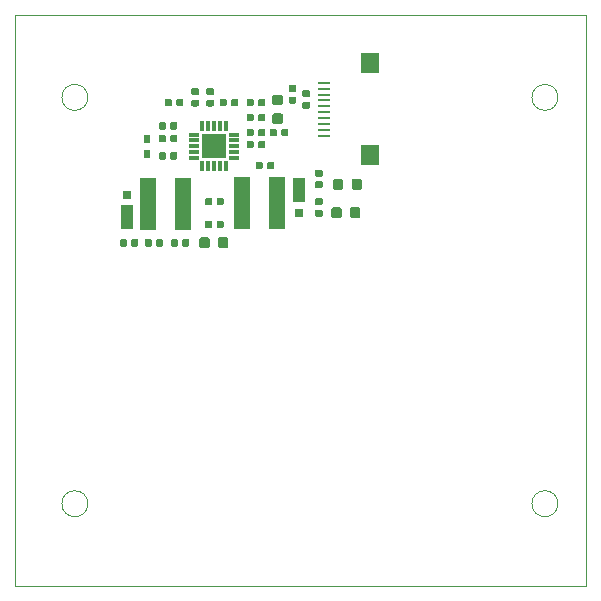
<source format=gbr>
%TF.GenerationSoftware,KiCad,Pcbnew,(5.1.4)-1*%
%TF.CreationDate,2019-10-25T20:31:38-07:00*%
%TF.ProjectId,SolarCellX_v3,536f6c61-7243-4656-9c6c-585f76332e6b,rev?*%
%TF.SameCoordinates,Original*%
%TF.FileFunction,Paste,Bot*%
%TF.FilePolarity,Positive*%
%FSLAX46Y46*%
G04 Gerber Fmt 4.6, Leading zero omitted, Abs format (unit mm)*
G04 Created by KiCad (PCBNEW (5.1.4)-1) date 2019-10-25 20:31:38*
%MOMM*%
%LPD*%
G04 APERTURE LIST*
%ADD10C,0.050000*%
%ADD11R,0.800000X0.800000*%
%ADD12R,1.100000X2.000000*%
%ADD13C,0.100000*%
%ADD14C,0.875000*%
%ADD15C,0.590000*%
%ADD16R,0.500000X0.700000*%
%ADD17R,2.150000X2.150000*%
%ADD18R,0.300000X0.900000*%
%ADD19R,0.900000X0.300000*%
%ADD20R,1.500000X1.700000*%
%ADD21R,1.100000X0.250000*%
%ADD22R,1.435100X4.394200*%
G04 APERTURE END LIST*
D10*
X96200000Y-47000000D02*
G75*
G03X96200000Y-47000000I-1100000J0D01*
G01*
X96200000Y-81400000D02*
G75*
G03X96200000Y-81400000I-1100000J0D01*
G01*
X136000000Y-81400000D02*
G75*
G03X136000000Y-81400000I-1100000J0D01*
G01*
X136000000Y-47000000D02*
G75*
G03X136000000Y-47000000I-1100000J0D01*
G01*
X90000000Y-88400000D02*
X138400000Y-88400000D01*
X90000000Y-88400000D02*
X90000000Y-40000000D01*
X138400000Y-40000000D02*
X138400000Y-88400000D01*
X90000000Y-40000000D02*
X138400000Y-40000000D01*
D11*
X99504500Y-55265000D03*
D12*
X99504500Y-57165000D03*
D13*
G36*
X112545691Y-48357053D02*
G01*
X112566926Y-48360203D01*
X112587750Y-48365419D01*
X112607962Y-48372651D01*
X112627368Y-48381830D01*
X112645781Y-48392866D01*
X112663024Y-48405654D01*
X112678930Y-48420070D01*
X112693346Y-48435976D01*
X112706134Y-48453219D01*
X112717170Y-48471632D01*
X112726349Y-48491038D01*
X112733581Y-48511250D01*
X112738797Y-48532074D01*
X112741947Y-48553309D01*
X112743000Y-48574750D01*
X112743000Y-49012250D01*
X112741947Y-49033691D01*
X112738797Y-49054926D01*
X112733581Y-49075750D01*
X112726349Y-49095962D01*
X112717170Y-49115368D01*
X112706134Y-49133781D01*
X112693346Y-49151024D01*
X112678930Y-49166930D01*
X112663024Y-49181346D01*
X112645781Y-49194134D01*
X112627368Y-49205170D01*
X112607962Y-49214349D01*
X112587750Y-49221581D01*
X112566926Y-49226797D01*
X112545691Y-49229947D01*
X112524250Y-49231000D01*
X112011750Y-49231000D01*
X111990309Y-49229947D01*
X111969074Y-49226797D01*
X111948250Y-49221581D01*
X111928038Y-49214349D01*
X111908632Y-49205170D01*
X111890219Y-49194134D01*
X111872976Y-49181346D01*
X111857070Y-49166930D01*
X111842654Y-49151024D01*
X111829866Y-49133781D01*
X111818830Y-49115368D01*
X111809651Y-49095962D01*
X111802419Y-49075750D01*
X111797203Y-49054926D01*
X111794053Y-49033691D01*
X111793000Y-49012250D01*
X111793000Y-48574750D01*
X111794053Y-48553309D01*
X111797203Y-48532074D01*
X111802419Y-48511250D01*
X111809651Y-48491038D01*
X111818830Y-48471632D01*
X111829866Y-48453219D01*
X111842654Y-48435976D01*
X111857070Y-48420070D01*
X111872976Y-48405654D01*
X111890219Y-48392866D01*
X111908632Y-48381830D01*
X111928038Y-48372651D01*
X111948250Y-48365419D01*
X111969074Y-48360203D01*
X111990309Y-48357053D01*
X112011750Y-48356000D01*
X112524250Y-48356000D01*
X112545691Y-48357053D01*
X112545691Y-48357053D01*
G37*
D14*
X112268000Y-48793500D03*
D13*
G36*
X112545691Y-46782053D02*
G01*
X112566926Y-46785203D01*
X112587750Y-46790419D01*
X112607962Y-46797651D01*
X112627368Y-46806830D01*
X112645781Y-46817866D01*
X112663024Y-46830654D01*
X112678930Y-46845070D01*
X112693346Y-46860976D01*
X112706134Y-46878219D01*
X112717170Y-46896632D01*
X112726349Y-46916038D01*
X112733581Y-46936250D01*
X112738797Y-46957074D01*
X112741947Y-46978309D01*
X112743000Y-46999750D01*
X112743000Y-47437250D01*
X112741947Y-47458691D01*
X112738797Y-47479926D01*
X112733581Y-47500750D01*
X112726349Y-47520962D01*
X112717170Y-47540368D01*
X112706134Y-47558781D01*
X112693346Y-47576024D01*
X112678930Y-47591930D01*
X112663024Y-47606346D01*
X112645781Y-47619134D01*
X112627368Y-47630170D01*
X112607962Y-47639349D01*
X112587750Y-47646581D01*
X112566926Y-47651797D01*
X112545691Y-47654947D01*
X112524250Y-47656000D01*
X112011750Y-47656000D01*
X111990309Y-47654947D01*
X111969074Y-47651797D01*
X111948250Y-47646581D01*
X111928038Y-47639349D01*
X111908632Y-47630170D01*
X111890219Y-47619134D01*
X111872976Y-47606346D01*
X111857070Y-47591930D01*
X111842654Y-47576024D01*
X111829866Y-47558781D01*
X111818830Y-47540368D01*
X111809651Y-47520962D01*
X111802419Y-47500750D01*
X111797203Y-47479926D01*
X111794053Y-47458691D01*
X111793000Y-47437250D01*
X111793000Y-46999750D01*
X111794053Y-46978309D01*
X111797203Y-46957074D01*
X111802419Y-46936250D01*
X111809651Y-46916038D01*
X111818830Y-46896632D01*
X111829866Y-46878219D01*
X111842654Y-46860976D01*
X111857070Y-46845070D01*
X111872976Y-46830654D01*
X111890219Y-46817866D01*
X111908632Y-46806830D01*
X111928038Y-46797651D01*
X111948250Y-46790419D01*
X111969074Y-46785203D01*
X111990309Y-46782053D01*
X112011750Y-46781000D01*
X112524250Y-46781000D01*
X112545691Y-46782053D01*
X112545691Y-46782053D01*
G37*
D14*
X112268000Y-47218500D03*
D13*
G36*
X107560618Y-57429366D02*
G01*
X107574936Y-57431490D01*
X107588977Y-57435007D01*
X107602606Y-57439884D01*
X107615691Y-57446073D01*
X107628107Y-57453514D01*
X107639733Y-57462137D01*
X107650458Y-57471858D01*
X107660179Y-57482583D01*
X107668802Y-57494209D01*
X107676243Y-57506625D01*
X107682432Y-57519710D01*
X107687309Y-57533339D01*
X107690826Y-57547380D01*
X107692950Y-57561698D01*
X107693660Y-57576156D01*
X107693660Y-57921156D01*
X107692950Y-57935614D01*
X107690826Y-57949932D01*
X107687309Y-57963973D01*
X107682432Y-57977602D01*
X107676243Y-57990687D01*
X107668802Y-58003103D01*
X107660179Y-58014729D01*
X107650458Y-58025454D01*
X107639733Y-58035175D01*
X107628107Y-58043798D01*
X107615691Y-58051239D01*
X107602606Y-58057428D01*
X107588977Y-58062305D01*
X107574936Y-58065822D01*
X107560618Y-58067946D01*
X107546160Y-58068656D01*
X107251160Y-58068656D01*
X107236702Y-58067946D01*
X107222384Y-58065822D01*
X107208343Y-58062305D01*
X107194714Y-58057428D01*
X107181629Y-58051239D01*
X107169213Y-58043798D01*
X107157587Y-58035175D01*
X107146862Y-58025454D01*
X107137141Y-58014729D01*
X107128518Y-58003103D01*
X107121077Y-57990687D01*
X107114888Y-57977602D01*
X107110011Y-57963973D01*
X107106494Y-57949932D01*
X107104370Y-57935614D01*
X107103660Y-57921156D01*
X107103660Y-57576156D01*
X107104370Y-57561698D01*
X107106494Y-57547380D01*
X107110011Y-57533339D01*
X107114888Y-57519710D01*
X107121077Y-57506625D01*
X107128518Y-57494209D01*
X107137141Y-57482583D01*
X107146862Y-57471858D01*
X107157587Y-57462137D01*
X107169213Y-57453514D01*
X107181629Y-57446073D01*
X107194714Y-57439884D01*
X107208343Y-57435007D01*
X107222384Y-57431490D01*
X107236702Y-57429366D01*
X107251160Y-57428656D01*
X107546160Y-57428656D01*
X107560618Y-57429366D01*
X107560618Y-57429366D01*
G37*
D15*
X107398660Y-57748656D03*
D13*
G36*
X106590618Y-57429366D02*
G01*
X106604936Y-57431490D01*
X106618977Y-57435007D01*
X106632606Y-57439884D01*
X106645691Y-57446073D01*
X106658107Y-57453514D01*
X106669733Y-57462137D01*
X106680458Y-57471858D01*
X106690179Y-57482583D01*
X106698802Y-57494209D01*
X106706243Y-57506625D01*
X106712432Y-57519710D01*
X106717309Y-57533339D01*
X106720826Y-57547380D01*
X106722950Y-57561698D01*
X106723660Y-57576156D01*
X106723660Y-57921156D01*
X106722950Y-57935614D01*
X106720826Y-57949932D01*
X106717309Y-57963973D01*
X106712432Y-57977602D01*
X106706243Y-57990687D01*
X106698802Y-58003103D01*
X106690179Y-58014729D01*
X106680458Y-58025454D01*
X106669733Y-58035175D01*
X106658107Y-58043798D01*
X106645691Y-58051239D01*
X106632606Y-58057428D01*
X106618977Y-58062305D01*
X106604936Y-58065822D01*
X106590618Y-58067946D01*
X106576160Y-58068656D01*
X106281160Y-58068656D01*
X106266702Y-58067946D01*
X106252384Y-58065822D01*
X106238343Y-58062305D01*
X106224714Y-58057428D01*
X106211629Y-58051239D01*
X106199213Y-58043798D01*
X106187587Y-58035175D01*
X106176862Y-58025454D01*
X106167141Y-58014729D01*
X106158518Y-58003103D01*
X106151077Y-57990687D01*
X106144888Y-57977602D01*
X106140011Y-57963973D01*
X106136494Y-57949932D01*
X106134370Y-57935614D01*
X106133660Y-57921156D01*
X106133660Y-57576156D01*
X106134370Y-57561698D01*
X106136494Y-57547380D01*
X106140011Y-57533339D01*
X106144888Y-57519710D01*
X106151077Y-57506625D01*
X106158518Y-57494209D01*
X106167141Y-57482583D01*
X106176862Y-57471858D01*
X106187587Y-57462137D01*
X106199213Y-57453514D01*
X106211629Y-57446073D01*
X106224714Y-57439884D01*
X106238343Y-57435007D01*
X106252384Y-57431490D01*
X106266702Y-57429366D01*
X106281160Y-57428656D01*
X106576160Y-57428656D01*
X106590618Y-57429366D01*
X106590618Y-57429366D01*
G37*
D15*
X106428660Y-57748656D03*
D13*
G36*
X119201191Y-53882053D02*
G01*
X119222426Y-53885203D01*
X119243250Y-53890419D01*
X119263462Y-53897651D01*
X119282868Y-53906830D01*
X119301281Y-53917866D01*
X119318524Y-53930654D01*
X119334430Y-53945070D01*
X119348846Y-53960976D01*
X119361634Y-53978219D01*
X119372670Y-53996632D01*
X119381849Y-54016038D01*
X119389081Y-54036250D01*
X119394297Y-54057074D01*
X119397447Y-54078309D01*
X119398500Y-54099750D01*
X119398500Y-54612250D01*
X119397447Y-54633691D01*
X119394297Y-54654926D01*
X119389081Y-54675750D01*
X119381849Y-54695962D01*
X119372670Y-54715368D01*
X119361634Y-54733781D01*
X119348846Y-54751024D01*
X119334430Y-54766930D01*
X119318524Y-54781346D01*
X119301281Y-54794134D01*
X119282868Y-54805170D01*
X119263462Y-54814349D01*
X119243250Y-54821581D01*
X119222426Y-54826797D01*
X119201191Y-54829947D01*
X119179750Y-54831000D01*
X118742250Y-54831000D01*
X118720809Y-54829947D01*
X118699574Y-54826797D01*
X118678750Y-54821581D01*
X118658538Y-54814349D01*
X118639132Y-54805170D01*
X118620719Y-54794134D01*
X118603476Y-54781346D01*
X118587570Y-54766930D01*
X118573154Y-54751024D01*
X118560366Y-54733781D01*
X118549330Y-54715368D01*
X118540151Y-54695962D01*
X118532919Y-54675750D01*
X118527703Y-54654926D01*
X118524553Y-54633691D01*
X118523500Y-54612250D01*
X118523500Y-54099750D01*
X118524553Y-54078309D01*
X118527703Y-54057074D01*
X118532919Y-54036250D01*
X118540151Y-54016038D01*
X118549330Y-53996632D01*
X118560366Y-53978219D01*
X118573154Y-53960976D01*
X118587570Y-53945070D01*
X118603476Y-53930654D01*
X118620719Y-53917866D01*
X118639132Y-53906830D01*
X118658538Y-53897651D01*
X118678750Y-53890419D01*
X118699574Y-53885203D01*
X118720809Y-53882053D01*
X118742250Y-53881000D01*
X119179750Y-53881000D01*
X119201191Y-53882053D01*
X119201191Y-53882053D01*
G37*
D14*
X118961000Y-54356000D03*
D13*
G36*
X117626191Y-53882053D02*
G01*
X117647426Y-53885203D01*
X117668250Y-53890419D01*
X117688462Y-53897651D01*
X117707868Y-53906830D01*
X117726281Y-53917866D01*
X117743524Y-53930654D01*
X117759430Y-53945070D01*
X117773846Y-53960976D01*
X117786634Y-53978219D01*
X117797670Y-53996632D01*
X117806849Y-54016038D01*
X117814081Y-54036250D01*
X117819297Y-54057074D01*
X117822447Y-54078309D01*
X117823500Y-54099750D01*
X117823500Y-54612250D01*
X117822447Y-54633691D01*
X117819297Y-54654926D01*
X117814081Y-54675750D01*
X117806849Y-54695962D01*
X117797670Y-54715368D01*
X117786634Y-54733781D01*
X117773846Y-54751024D01*
X117759430Y-54766930D01*
X117743524Y-54781346D01*
X117726281Y-54794134D01*
X117707868Y-54805170D01*
X117688462Y-54814349D01*
X117668250Y-54821581D01*
X117647426Y-54826797D01*
X117626191Y-54829947D01*
X117604750Y-54831000D01*
X117167250Y-54831000D01*
X117145809Y-54829947D01*
X117124574Y-54826797D01*
X117103750Y-54821581D01*
X117083538Y-54814349D01*
X117064132Y-54805170D01*
X117045719Y-54794134D01*
X117028476Y-54781346D01*
X117012570Y-54766930D01*
X116998154Y-54751024D01*
X116985366Y-54733781D01*
X116974330Y-54715368D01*
X116965151Y-54695962D01*
X116957919Y-54675750D01*
X116952703Y-54654926D01*
X116949553Y-54633691D01*
X116948500Y-54612250D01*
X116948500Y-54099750D01*
X116949553Y-54078309D01*
X116952703Y-54057074D01*
X116957919Y-54036250D01*
X116965151Y-54016038D01*
X116974330Y-53996632D01*
X116985366Y-53978219D01*
X116998154Y-53960976D01*
X117012570Y-53945070D01*
X117028476Y-53930654D01*
X117045719Y-53917866D01*
X117064132Y-53906830D01*
X117083538Y-53897651D01*
X117103750Y-53890419D01*
X117124574Y-53885203D01*
X117145809Y-53882053D01*
X117167250Y-53881000D01*
X117604750Y-53881000D01*
X117626191Y-53882053D01*
X117626191Y-53882053D01*
G37*
D14*
X117386000Y-54356000D03*
D16*
X101219000Y-51816000D03*
X101219000Y-50516000D03*
D17*
X106893660Y-51144656D03*
D18*
X105893660Y-52844656D03*
X106393660Y-52844656D03*
X106893660Y-52844656D03*
X107393660Y-52844656D03*
X107893660Y-52844656D03*
D19*
X108593660Y-52144656D03*
X108593660Y-51644656D03*
X108593660Y-51144656D03*
X108593660Y-50644656D03*
X108593660Y-50144656D03*
D18*
X107893660Y-49444656D03*
X107393660Y-49444656D03*
X106893660Y-49444656D03*
X106393660Y-49444656D03*
X105893660Y-49444656D03*
D19*
X105193660Y-50144656D03*
X105193660Y-50644656D03*
X105193660Y-51144656D03*
X105193660Y-51644656D03*
X105193660Y-52144656D03*
D11*
X114109500Y-56749000D03*
D12*
X114109500Y-54849000D03*
D13*
G36*
X104151958Y-47115210D02*
G01*
X104166276Y-47117334D01*
X104180317Y-47120851D01*
X104193946Y-47125728D01*
X104207031Y-47131917D01*
X104219447Y-47139358D01*
X104231073Y-47147981D01*
X104241798Y-47157702D01*
X104251519Y-47168427D01*
X104260142Y-47180053D01*
X104267583Y-47192469D01*
X104273772Y-47205554D01*
X104278649Y-47219183D01*
X104282166Y-47233224D01*
X104284290Y-47247542D01*
X104285000Y-47262000D01*
X104285000Y-47607000D01*
X104284290Y-47621458D01*
X104282166Y-47635776D01*
X104278649Y-47649817D01*
X104273772Y-47663446D01*
X104267583Y-47676531D01*
X104260142Y-47688947D01*
X104251519Y-47700573D01*
X104241798Y-47711298D01*
X104231073Y-47721019D01*
X104219447Y-47729642D01*
X104207031Y-47737083D01*
X104193946Y-47743272D01*
X104180317Y-47748149D01*
X104166276Y-47751666D01*
X104151958Y-47753790D01*
X104137500Y-47754500D01*
X103842500Y-47754500D01*
X103828042Y-47753790D01*
X103813724Y-47751666D01*
X103799683Y-47748149D01*
X103786054Y-47743272D01*
X103772969Y-47737083D01*
X103760553Y-47729642D01*
X103748927Y-47721019D01*
X103738202Y-47711298D01*
X103728481Y-47700573D01*
X103719858Y-47688947D01*
X103712417Y-47676531D01*
X103706228Y-47663446D01*
X103701351Y-47649817D01*
X103697834Y-47635776D01*
X103695710Y-47621458D01*
X103695000Y-47607000D01*
X103695000Y-47262000D01*
X103695710Y-47247542D01*
X103697834Y-47233224D01*
X103701351Y-47219183D01*
X103706228Y-47205554D01*
X103712417Y-47192469D01*
X103719858Y-47180053D01*
X103728481Y-47168427D01*
X103738202Y-47157702D01*
X103748927Y-47147981D01*
X103760553Y-47139358D01*
X103772969Y-47131917D01*
X103786054Y-47125728D01*
X103799683Y-47120851D01*
X103813724Y-47117334D01*
X103828042Y-47115210D01*
X103842500Y-47114500D01*
X104137500Y-47114500D01*
X104151958Y-47115210D01*
X104151958Y-47115210D01*
G37*
D15*
X103990000Y-47434500D03*
D13*
G36*
X103181958Y-47115210D02*
G01*
X103196276Y-47117334D01*
X103210317Y-47120851D01*
X103223946Y-47125728D01*
X103237031Y-47131917D01*
X103249447Y-47139358D01*
X103261073Y-47147981D01*
X103271798Y-47157702D01*
X103281519Y-47168427D01*
X103290142Y-47180053D01*
X103297583Y-47192469D01*
X103303772Y-47205554D01*
X103308649Y-47219183D01*
X103312166Y-47233224D01*
X103314290Y-47247542D01*
X103315000Y-47262000D01*
X103315000Y-47607000D01*
X103314290Y-47621458D01*
X103312166Y-47635776D01*
X103308649Y-47649817D01*
X103303772Y-47663446D01*
X103297583Y-47676531D01*
X103290142Y-47688947D01*
X103281519Y-47700573D01*
X103271798Y-47711298D01*
X103261073Y-47721019D01*
X103249447Y-47729642D01*
X103237031Y-47737083D01*
X103223946Y-47743272D01*
X103210317Y-47748149D01*
X103196276Y-47751666D01*
X103181958Y-47753790D01*
X103167500Y-47754500D01*
X102872500Y-47754500D01*
X102858042Y-47753790D01*
X102843724Y-47751666D01*
X102829683Y-47748149D01*
X102816054Y-47743272D01*
X102802969Y-47737083D01*
X102790553Y-47729642D01*
X102778927Y-47721019D01*
X102768202Y-47711298D01*
X102758481Y-47700573D01*
X102749858Y-47688947D01*
X102742417Y-47676531D01*
X102736228Y-47663446D01*
X102731351Y-47649817D01*
X102727834Y-47635776D01*
X102725710Y-47621458D01*
X102725000Y-47607000D01*
X102725000Y-47262000D01*
X102725710Y-47247542D01*
X102727834Y-47233224D01*
X102731351Y-47219183D01*
X102736228Y-47205554D01*
X102742417Y-47192469D01*
X102749858Y-47180053D01*
X102758481Y-47168427D01*
X102768202Y-47157702D01*
X102778927Y-47147981D01*
X102790553Y-47139358D01*
X102802969Y-47131917D01*
X102816054Y-47125728D01*
X102829683Y-47120851D01*
X102843724Y-47117334D01*
X102858042Y-47115210D01*
X102872500Y-47114500D01*
X103167500Y-47114500D01*
X103181958Y-47115210D01*
X103181958Y-47115210D01*
G37*
D15*
X103020000Y-47434500D03*
D13*
G36*
X105469958Y-46210710D02*
G01*
X105484276Y-46212834D01*
X105498317Y-46216351D01*
X105511946Y-46221228D01*
X105525031Y-46227417D01*
X105537447Y-46234858D01*
X105549073Y-46243481D01*
X105559798Y-46253202D01*
X105569519Y-46263927D01*
X105578142Y-46275553D01*
X105585583Y-46287969D01*
X105591772Y-46301054D01*
X105596649Y-46314683D01*
X105600166Y-46328724D01*
X105602290Y-46343042D01*
X105603000Y-46357500D01*
X105603000Y-46652500D01*
X105602290Y-46666958D01*
X105600166Y-46681276D01*
X105596649Y-46695317D01*
X105591772Y-46708946D01*
X105585583Y-46722031D01*
X105578142Y-46734447D01*
X105569519Y-46746073D01*
X105559798Y-46756798D01*
X105549073Y-46766519D01*
X105537447Y-46775142D01*
X105525031Y-46782583D01*
X105511946Y-46788772D01*
X105498317Y-46793649D01*
X105484276Y-46797166D01*
X105469958Y-46799290D01*
X105455500Y-46800000D01*
X105110500Y-46800000D01*
X105096042Y-46799290D01*
X105081724Y-46797166D01*
X105067683Y-46793649D01*
X105054054Y-46788772D01*
X105040969Y-46782583D01*
X105028553Y-46775142D01*
X105016927Y-46766519D01*
X105006202Y-46756798D01*
X104996481Y-46746073D01*
X104987858Y-46734447D01*
X104980417Y-46722031D01*
X104974228Y-46708946D01*
X104969351Y-46695317D01*
X104965834Y-46681276D01*
X104963710Y-46666958D01*
X104963000Y-46652500D01*
X104963000Y-46357500D01*
X104963710Y-46343042D01*
X104965834Y-46328724D01*
X104969351Y-46314683D01*
X104974228Y-46301054D01*
X104980417Y-46287969D01*
X104987858Y-46275553D01*
X104996481Y-46263927D01*
X105006202Y-46253202D01*
X105016927Y-46243481D01*
X105028553Y-46234858D01*
X105040969Y-46227417D01*
X105054054Y-46221228D01*
X105067683Y-46216351D01*
X105081724Y-46212834D01*
X105096042Y-46210710D01*
X105110500Y-46210000D01*
X105455500Y-46210000D01*
X105469958Y-46210710D01*
X105469958Y-46210710D01*
G37*
D15*
X105283000Y-46505000D03*
D13*
G36*
X105469958Y-47180710D02*
G01*
X105484276Y-47182834D01*
X105498317Y-47186351D01*
X105511946Y-47191228D01*
X105525031Y-47197417D01*
X105537447Y-47204858D01*
X105549073Y-47213481D01*
X105559798Y-47223202D01*
X105569519Y-47233927D01*
X105578142Y-47245553D01*
X105585583Y-47257969D01*
X105591772Y-47271054D01*
X105596649Y-47284683D01*
X105600166Y-47298724D01*
X105602290Y-47313042D01*
X105603000Y-47327500D01*
X105603000Y-47622500D01*
X105602290Y-47636958D01*
X105600166Y-47651276D01*
X105596649Y-47665317D01*
X105591772Y-47678946D01*
X105585583Y-47692031D01*
X105578142Y-47704447D01*
X105569519Y-47716073D01*
X105559798Y-47726798D01*
X105549073Y-47736519D01*
X105537447Y-47745142D01*
X105525031Y-47752583D01*
X105511946Y-47758772D01*
X105498317Y-47763649D01*
X105484276Y-47767166D01*
X105469958Y-47769290D01*
X105455500Y-47770000D01*
X105110500Y-47770000D01*
X105096042Y-47769290D01*
X105081724Y-47767166D01*
X105067683Y-47763649D01*
X105054054Y-47758772D01*
X105040969Y-47752583D01*
X105028553Y-47745142D01*
X105016927Y-47736519D01*
X105006202Y-47726798D01*
X104996481Y-47716073D01*
X104987858Y-47704447D01*
X104980417Y-47692031D01*
X104974228Y-47678946D01*
X104969351Y-47665317D01*
X104965834Y-47651276D01*
X104963710Y-47636958D01*
X104963000Y-47622500D01*
X104963000Y-47327500D01*
X104963710Y-47313042D01*
X104965834Y-47298724D01*
X104969351Y-47284683D01*
X104974228Y-47271054D01*
X104980417Y-47257969D01*
X104987858Y-47245553D01*
X104996481Y-47233927D01*
X105006202Y-47223202D01*
X105016927Y-47213481D01*
X105028553Y-47204858D01*
X105040969Y-47197417D01*
X105054054Y-47191228D01*
X105067683Y-47186351D01*
X105081724Y-47182834D01*
X105096042Y-47180710D01*
X105110500Y-47180000D01*
X105455500Y-47180000D01*
X105469958Y-47180710D01*
X105469958Y-47180710D01*
G37*
D15*
X105283000Y-47475000D03*
D13*
G36*
X103689958Y-58989710D02*
G01*
X103704276Y-58991834D01*
X103718317Y-58995351D01*
X103731946Y-59000228D01*
X103745031Y-59006417D01*
X103757447Y-59013858D01*
X103769073Y-59022481D01*
X103779798Y-59032202D01*
X103789519Y-59042927D01*
X103798142Y-59054553D01*
X103805583Y-59066969D01*
X103811772Y-59080054D01*
X103816649Y-59093683D01*
X103820166Y-59107724D01*
X103822290Y-59122042D01*
X103823000Y-59136500D01*
X103823000Y-59481500D01*
X103822290Y-59495958D01*
X103820166Y-59510276D01*
X103816649Y-59524317D01*
X103811772Y-59537946D01*
X103805583Y-59551031D01*
X103798142Y-59563447D01*
X103789519Y-59575073D01*
X103779798Y-59585798D01*
X103769073Y-59595519D01*
X103757447Y-59604142D01*
X103745031Y-59611583D01*
X103731946Y-59617772D01*
X103718317Y-59622649D01*
X103704276Y-59626166D01*
X103689958Y-59628290D01*
X103675500Y-59629000D01*
X103380500Y-59629000D01*
X103366042Y-59628290D01*
X103351724Y-59626166D01*
X103337683Y-59622649D01*
X103324054Y-59617772D01*
X103310969Y-59611583D01*
X103298553Y-59604142D01*
X103286927Y-59595519D01*
X103276202Y-59585798D01*
X103266481Y-59575073D01*
X103257858Y-59563447D01*
X103250417Y-59551031D01*
X103244228Y-59537946D01*
X103239351Y-59524317D01*
X103235834Y-59510276D01*
X103233710Y-59495958D01*
X103233000Y-59481500D01*
X103233000Y-59136500D01*
X103233710Y-59122042D01*
X103235834Y-59107724D01*
X103239351Y-59093683D01*
X103244228Y-59080054D01*
X103250417Y-59066969D01*
X103257858Y-59054553D01*
X103266481Y-59042927D01*
X103276202Y-59032202D01*
X103286927Y-59022481D01*
X103298553Y-59013858D01*
X103310969Y-59006417D01*
X103324054Y-59000228D01*
X103337683Y-58995351D01*
X103351724Y-58991834D01*
X103366042Y-58989710D01*
X103380500Y-58989000D01*
X103675500Y-58989000D01*
X103689958Y-58989710D01*
X103689958Y-58989710D01*
G37*
D15*
X103528000Y-59309000D03*
D13*
G36*
X104659958Y-58989710D02*
G01*
X104674276Y-58991834D01*
X104688317Y-58995351D01*
X104701946Y-59000228D01*
X104715031Y-59006417D01*
X104727447Y-59013858D01*
X104739073Y-59022481D01*
X104749798Y-59032202D01*
X104759519Y-59042927D01*
X104768142Y-59054553D01*
X104775583Y-59066969D01*
X104781772Y-59080054D01*
X104786649Y-59093683D01*
X104790166Y-59107724D01*
X104792290Y-59122042D01*
X104793000Y-59136500D01*
X104793000Y-59481500D01*
X104792290Y-59495958D01*
X104790166Y-59510276D01*
X104786649Y-59524317D01*
X104781772Y-59537946D01*
X104775583Y-59551031D01*
X104768142Y-59563447D01*
X104759519Y-59575073D01*
X104749798Y-59585798D01*
X104739073Y-59595519D01*
X104727447Y-59604142D01*
X104715031Y-59611583D01*
X104701946Y-59617772D01*
X104688317Y-59622649D01*
X104674276Y-59626166D01*
X104659958Y-59628290D01*
X104645500Y-59629000D01*
X104350500Y-59629000D01*
X104336042Y-59628290D01*
X104321724Y-59626166D01*
X104307683Y-59622649D01*
X104294054Y-59617772D01*
X104280969Y-59611583D01*
X104268553Y-59604142D01*
X104256927Y-59595519D01*
X104246202Y-59585798D01*
X104236481Y-59575073D01*
X104227858Y-59563447D01*
X104220417Y-59551031D01*
X104214228Y-59537946D01*
X104209351Y-59524317D01*
X104205834Y-59510276D01*
X104203710Y-59495958D01*
X104203000Y-59481500D01*
X104203000Y-59136500D01*
X104203710Y-59122042D01*
X104205834Y-59107724D01*
X104209351Y-59093683D01*
X104214228Y-59080054D01*
X104220417Y-59066969D01*
X104227858Y-59054553D01*
X104236481Y-59042927D01*
X104246202Y-59032202D01*
X104256927Y-59022481D01*
X104268553Y-59013858D01*
X104280969Y-59006417D01*
X104294054Y-59000228D01*
X104307683Y-58995351D01*
X104321724Y-58991834D01*
X104336042Y-58989710D01*
X104350500Y-58989000D01*
X104645500Y-58989000D01*
X104659958Y-58989710D01*
X104659958Y-58989710D01*
G37*
D15*
X104498000Y-59309000D03*
D13*
G36*
X107560618Y-55497210D02*
G01*
X107574936Y-55499334D01*
X107588977Y-55502851D01*
X107602606Y-55507728D01*
X107615691Y-55513917D01*
X107628107Y-55521358D01*
X107639733Y-55529981D01*
X107650458Y-55539702D01*
X107660179Y-55550427D01*
X107668802Y-55562053D01*
X107676243Y-55574469D01*
X107682432Y-55587554D01*
X107687309Y-55601183D01*
X107690826Y-55615224D01*
X107692950Y-55629542D01*
X107693660Y-55644000D01*
X107693660Y-55989000D01*
X107692950Y-56003458D01*
X107690826Y-56017776D01*
X107687309Y-56031817D01*
X107682432Y-56045446D01*
X107676243Y-56058531D01*
X107668802Y-56070947D01*
X107660179Y-56082573D01*
X107650458Y-56093298D01*
X107639733Y-56103019D01*
X107628107Y-56111642D01*
X107615691Y-56119083D01*
X107602606Y-56125272D01*
X107588977Y-56130149D01*
X107574936Y-56133666D01*
X107560618Y-56135790D01*
X107546160Y-56136500D01*
X107251160Y-56136500D01*
X107236702Y-56135790D01*
X107222384Y-56133666D01*
X107208343Y-56130149D01*
X107194714Y-56125272D01*
X107181629Y-56119083D01*
X107169213Y-56111642D01*
X107157587Y-56103019D01*
X107146862Y-56093298D01*
X107137141Y-56082573D01*
X107128518Y-56070947D01*
X107121077Y-56058531D01*
X107114888Y-56045446D01*
X107110011Y-56031817D01*
X107106494Y-56017776D01*
X107104370Y-56003458D01*
X107103660Y-55989000D01*
X107103660Y-55644000D01*
X107104370Y-55629542D01*
X107106494Y-55615224D01*
X107110011Y-55601183D01*
X107114888Y-55587554D01*
X107121077Y-55574469D01*
X107128518Y-55562053D01*
X107137141Y-55550427D01*
X107146862Y-55539702D01*
X107157587Y-55529981D01*
X107169213Y-55521358D01*
X107181629Y-55513917D01*
X107194714Y-55507728D01*
X107208343Y-55502851D01*
X107222384Y-55499334D01*
X107236702Y-55497210D01*
X107251160Y-55496500D01*
X107546160Y-55496500D01*
X107560618Y-55497210D01*
X107560618Y-55497210D01*
G37*
D15*
X107398660Y-55816500D03*
D13*
G36*
X106590618Y-55497210D02*
G01*
X106604936Y-55499334D01*
X106618977Y-55502851D01*
X106632606Y-55507728D01*
X106645691Y-55513917D01*
X106658107Y-55521358D01*
X106669733Y-55529981D01*
X106680458Y-55539702D01*
X106690179Y-55550427D01*
X106698802Y-55562053D01*
X106706243Y-55574469D01*
X106712432Y-55587554D01*
X106717309Y-55601183D01*
X106720826Y-55615224D01*
X106722950Y-55629542D01*
X106723660Y-55644000D01*
X106723660Y-55989000D01*
X106722950Y-56003458D01*
X106720826Y-56017776D01*
X106717309Y-56031817D01*
X106712432Y-56045446D01*
X106706243Y-56058531D01*
X106698802Y-56070947D01*
X106690179Y-56082573D01*
X106680458Y-56093298D01*
X106669733Y-56103019D01*
X106658107Y-56111642D01*
X106645691Y-56119083D01*
X106632606Y-56125272D01*
X106618977Y-56130149D01*
X106604936Y-56133666D01*
X106590618Y-56135790D01*
X106576160Y-56136500D01*
X106281160Y-56136500D01*
X106266702Y-56135790D01*
X106252384Y-56133666D01*
X106238343Y-56130149D01*
X106224714Y-56125272D01*
X106211629Y-56119083D01*
X106199213Y-56111642D01*
X106187587Y-56103019D01*
X106176862Y-56093298D01*
X106167141Y-56082573D01*
X106158518Y-56070947D01*
X106151077Y-56058531D01*
X106144888Y-56045446D01*
X106140011Y-56031817D01*
X106136494Y-56017776D01*
X106134370Y-56003458D01*
X106133660Y-55989000D01*
X106133660Y-55644000D01*
X106134370Y-55629542D01*
X106136494Y-55615224D01*
X106140011Y-55601183D01*
X106144888Y-55587554D01*
X106151077Y-55574469D01*
X106158518Y-55562053D01*
X106167141Y-55550427D01*
X106176862Y-55539702D01*
X106187587Y-55529981D01*
X106199213Y-55521358D01*
X106211629Y-55513917D01*
X106224714Y-55507728D01*
X106238343Y-55502851D01*
X106252384Y-55499334D01*
X106266702Y-55497210D01*
X106281160Y-55496500D01*
X106576160Y-55496500D01*
X106590618Y-55497210D01*
X106590618Y-55497210D01*
G37*
D15*
X106428660Y-55816500D03*
D20*
X120105000Y-51906000D03*
X120105000Y-44106000D03*
D21*
X116205000Y-50256000D03*
X116205000Y-49756000D03*
X116205000Y-49256000D03*
X116205000Y-48756000D03*
X116205000Y-48256000D03*
X116205000Y-47756000D03*
X116205000Y-47256000D03*
X116205000Y-46756000D03*
X116205000Y-46256000D03*
X116205000Y-45756000D03*
D13*
G36*
X119074191Y-56295053D02*
G01*
X119095426Y-56298203D01*
X119116250Y-56303419D01*
X119136462Y-56310651D01*
X119155868Y-56319830D01*
X119174281Y-56330866D01*
X119191524Y-56343654D01*
X119207430Y-56358070D01*
X119221846Y-56373976D01*
X119234634Y-56391219D01*
X119245670Y-56409632D01*
X119254849Y-56429038D01*
X119262081Y-56449250D01*
X119267297Y-56470074D01*
X119270447Y-56491309D01*
X119271500Y-56512750D01*
X119271500Y-57025250D01*
X119270447Y-57046691D01*
X119267297Y-57067926D01*
X119262081Y-57088750D01*
X119254849Y-57108962D01*
X119245670Y-57128368D01*
X119234634Y-57146781D01*
X119221846Y-57164024D01*
X119207430Y-57179930D01*
X119191524Y-57194346D01*
X119174281Y-57207134D01*
X119155868Y-57218170D01*
X119136462Y-57227349D01*
X119116250Y-57234581D01*
X119095426Y-57239797D01*
X119074191Y-57242947D01*
X119052750Y-57244000D01*
X118615250Y-57244000D01*
X118593809Y-57242947D01*
X118572574Y-57239797D01*
X118551750Y-57234581D01*
X118531538Y-57227349D01*
X118512132Y-57218170D01*
X118493719Y-57207134D01*
X118476476Y-57194346D01*
X118460570Y-57179930D01*
X118446154Y-57164024D01*
X118433366Y-57146781D01*
X118422330Y-57128368D01*
X118413151Y-57108962D01*
X118405919Y-57088750D01*
X118400703Y-57067926D01*
X118397553Y-57046691D01*
X118396500Y-57025250D01*
X118396500Y-56512750D01*
X118397553Y-56491309D01*
X118400703Y-56470074D01*
X118405919Y-56449250D01*
X118413151Y-56429038D01*
X118422330Y-56409632D01*
X118433366Y-56391219D01*
X118446154Y-56373976D01*
X118460570Y-56358070D01*
X118476476Y-56343654D01*
X118493719Y-56330866D01*
X118512132Y-56319830D01*
X118531538Y-56310651D01*
X118551750Y-56303419D01*
X118572574Y-56298203D01*
X118593809Y-56295053D01*
X118615250Y-56294000D01*
X119052750Y-56294000D01*
X119074191Y-56295053D01*
X119074191Y-56295053D01*
G37*
D14*
X118834000Y-56769000D03*
D13*
G36*
X117499191Y-56295053D02*
G01*
X117520426Y-56298203D01*
X117541250Y-56303419D01*
X117561462Y-56310651D01*
X117580868Y-56319830D01*
X117599281Y-56330866D01*
X117616524Y-56343654D01*
X117632430Y-56358070D01*
X117646846Y-56373976D01*
X117659634Y-56391219D01*
X117670670Y-56409632D01*
X117679849Y-56429038D01*
X117687081Y-56449250D01*
X117692297Y-56470074D01*
X117695447Y-56491309D01*
X117696500Y-56512750D01*
X117696500Y-57025250D01*
X117695447Y-57046691D01*
X117692297Y-57067926D01*
X117687081Y-57088750D01*
X117679849Y-57108962D01*
X117670670Y-57128368D01*
X117659634Y-57146781D01*
X117646846Y-57164024D01*
X117632430Y-57179930D01*
X117616524Y-57194346D01*
X117599281Y-57207134D01*
X117580868Y-57218170D01*
X117561462Y-57227349D01*
X117541250Y-57234581D01*
X117520426Y-57239797D01*
X117499191Y-57242947D01*
X117477750Y-57244000D01*
X117040250Y-57244000D01*
X117018809Y-57242947D01*
X116997574Y-57239797D01*
X116976750Y-57234581D01*
X116956538Y-57227349D01*
X116937132Y-57218170D01*
X116918719Y-57207134D01*
X116901476Y-57194346D01*
X116885570Y-57179930D01*
X116871154Y-57164024D01*
X116858366Y-57146781D01*
X116847330Y-57128368D01*
X116838151Y-57108962D01*
X116830919Y-57088750D01*
X116825703Y-57067926D01*
X116822553Y-57046691D01*
X116821500Y-57025250D01*
X116821500Y-56512750D01*
X116822553Y-56491309D01*
X116825703Y-56470074D01*
X116830919Y-56449250D01*
X116838151Y-56429038D01*
X116847330Y-56409632D01*
X116858366Y-56391219D01*
X116871154Y-56373976D01*
X116885570Y-56358070D01*
X116901476Y-56343654D01*
X116918719Y-56330866D01*
X116937132Y-56319830D01*
X116956538Y-56310651D01*
X116976750Y-56303419D01*
X116997574Y-56298203D01*
X117018809Y-56295053D01*
X117040250Y-56294000D01*
X117477750Y-56294000D01*
X117499191Y-56295053D01*
X117499191Y-56295053D01*
G37*
D14*
X117259000Y-56769000D03*
D13*
G36*
X115947458Y-53132210D02*
G01*
X115961776Y-53134334D01*
X115975817Y-53137851D01*
X115989446Y-53142728D01*
X116002531Y-53148917D01*
X116014947Y-53156358D01*
X116026573Y-53164981D01*
X116037298Y-53174702D01*
X116047019Y-53185427D01*
X116055642Y-53197053D01*
X116063083Y-53209469D01*
X116069272Y-53222554D01*
X116074149Y-53236183D01*
X116077666Y-53250224D01*
X116079790Y-53264542D01*
X116080500Y-53279000D01*
X116080500Y-53574000D01*
X116079790Y-53588458D01*
X116077666Y-53602776D01*
X116074149Y-53616817D01*
X116069272Y-53630446D01*
X116063083Y-53643531D01*
X116055642Y-53655947D01*
X116047019Y-53667573D01*
X116037298Y-53678298D01*
X116026573Y-53688019D01*
X116014947Y-53696642D01*
X116002531Y-53704083D01*
X115989446Y-53710272D01*
X115975817Y-53715149D01*
X115961776Y-53718666D01*
X115947458Y-53720790D01*
X115933000Y-53721500D01*
X115588000Y-53721500D01*
X115573542Y-53720790D01*
X115559224Y-53718666D01*
X115545183Y-53715149D01*
X115531554Y-53710272D01*
X115518469Y-53704083D01*
X115506053Y-53696642D01*
X115494427Y-53688019D01*
X115483702Y-53678298D01*
X115473981Y-53667573D01*
X115465358Y-53655947D01*
X115457917Y-53643531D01*
X115451728Y-53630446D01*
X115446851Y-53616817D01*
X115443334Y-53602776D01*
X115441210Y-53588458D01*
X115440500Y-53574000D01*
X115440500Y-53279000D01*
X115441210Y-53264542D01*
X115443334Y-53250224D01*
X115446851Y-53236183D01*
X115451728Y-53222554D01*
X115457917Y-53209469D01*
X115465358Y-53197053D01*
X115473981Y-53185427D01*
X115483702Y-53174702D01*
X115494427Y-53164981D01*
X115506053Y-53156358D01*
X115518469Y-53148917D01*
X115531554Y-53142728D01*
X115545183Y-53137851D01*
X115559224Y-53134334D01*
X115573542Y-53132210D01*
X115588000Y-53131500D01*
X115933000Y-53131500D01*
X115947458Y-53132210D01*
X115947458Y-53132210D01*
G37*
D15*
X115760500Y-53426500D03*
D13*
G36*
X115947458Y-54102210D02*
G01*
X115961776Y-54104334D01*
X115975817Y-54107851D01*
X115989446Y-54112728D01*
X116002531Y-54118917D01*
X116014947Y-54126358D01*
X116026573Y-54134981D01*
X116037298Y-54144702D01*
X116047019Y-54155427D01*
X116055642Y-54167053D01*
X116063083Y-54179469D01*
X116069272Y-54192554D01*
X116074149Y-54206183D01*
X116077666Y-54220224D01*
X116079790Y-54234542D01*
X116080500Y-54249000D01*
X116080500Y-54544000D01*
X116079790Y-54558458D01*
X116077666Y-54572776D01*
X116074149Y-54586817D01*
X116069272Y-54600446D01*
X116063083Y-54613531D01*
X116055642Y-54625947D01*
X116047019Y-54637573D01*
X116037298Y-54648298D01*
X116026573Y-54658019D01*
X116014947Y-54666642D01*
X116002531Y-54674083D01*
X115989446Y-54680272D01*
X115975817Y-54685149D01*
X115961776Y-54688666D01*
X115947458Y-54690790D01*
X115933000Y-54691500D01*
X115588000Y-54691500D01*
X115573542Y-54690790D01*
X115559224Y-54688666D01*
X115545183Y-54685149D01*
X115531554Y-54680272D01*
X115518469Y-54674083D01*
X115506053Y-54666642D01*
X115494427Y-54658019D01*
X115483702Y-54648298D01*
X115473981Y-54637573D01*
X115465358Y-54625947D01*
X115457917Y-54613531D01*
X115451728Y-54600446D01*
X115446851Y-54586817D01*
X115443334Y-54572776D01*
X115441210Y-54558458D01*
X115440500Y-54544000D01*
X115440500Y-54249000D01*
X115441210Y-54234542D01*
X115443334Y-54220224D01*
X115446851Y-54206183D01*
X115451728Y-54192554D01*
X115457917Y-54179469D01*
X115465358Y-54167053D01*
X115473981Y-54155427D01*
X115483702Y-54144702D01*
X115494427Y-54134981D01*
X115506053Y-54126358D01*
X115518469Y-54118917D01*
X115531554Y-54112728D01*
X115545183Y-54107851D01*
X115559224Y-54104334D01*
X115573542Y-54102210D01*
X115588000Y-54101500D01*
X115933000Y-54101500D01*
X115947458Y-54102210D01*
X115947458Y-54102210D01*
G37*
D15*
X115760500Y-54396500D03*
D13*
G36*
X106739958Y-47180710D02*
G01*
X106754276Y-47182834D01*
X106768317Y-47186351D01*
X106781946Y-47191228D01*
X106795031Y-47197417D01*
X106807447Y-47204858D01*
X106819073Y-47213481D01*
X106829798Y-47223202D01*
X106839519Y-47233927D01*
X106848142Y-47245553D01*
X106855583Y-47257969D01*
X106861772Y-47271054D01*
X106866649Y-47284683D01*
X106870166Y-47298724D01*
X106872290Y-47313042D01*
X106873000Y-47327500D01*
X106873000Y-47622500D01*
X106872290Y-47636958D01*
X106870166Y-47651276D01*
X106866649Y-47665317D01*
X106861772Y-47678946D01*
X106855583Y-47692031D01*
X106848142Y-47704447D01*
X106839519Y-47716073D01*
X106829798Y-47726798D01*
X106819073Y-47736519D01*
X106807447Y-47745142D01*
X106795031Y-47752583D01*
X106781946Y-47758772D01*
X106768317Y-47763649D01*
X106754276Y-47767166D01*
X106739958Y-47769290D01*
X106725500Y-47770000D01*
X106380500Y-47770000D01*
X106366042Y-47769290D01*
X106351724Y-47767166D01*
X106337683Y-47763649D01*
X106324054Y-47758772D01*
X106310969Y-47752583D01*
X106298553Y-47745142D01*
X106286927Y-47736519D01*
X106276202Y-47726798D01*
X106266481Y-47716073D01*
X106257858Y-47704447D01*
X106250417Y-47692031D01*
X106244228Y-47678946D01*
X106239351Y-47665317D01*
X106235834Y-47651276D01*
X106233710Y-47636958D01*
X106233000Y-47622500D01*
X106233000Y-47327500D01*
X106233710Y-47313042D01*
X106235834Y-47298724D01*
X106239351Y-47284683D01*
X106244228Y-47271054D01*
X106250417Y-47257969D01*
X106257858Y-47245553D01*
X106266481Y-47233927D01*
X106276202Y-47223202D01*
X106286927Y-47213481D01*
X106298553Y-47204858D01*
X106310969Y-47197417D01*
X106324054Y-47191228D01*
X106337683Y-47186351D01*
X106351724Y-47182834D01*
X106366042Y-47180710D01*
X106380500Y-47180000D01*
X106725500Y-47180000D01*
X106739958Y-47180710D01*
X106739958Y-47180710D01*
G37*
D15*
X106553000Y-47475000D03*
D13*
G36*
X106739958Y-46210710D02*
G01*
X106754276Y-46212834D01*
X106768317Y-46216351D01*
X106781946Y-46221228D01*
X106795031Y-46227417D01*
X106807447Y-46234858D01*
X106819073Y-46243481D01*
X106829798Y-46253202D01*
X106839519Y-46263927D01*
X106848142Y-46275553D01*
X106855583Y-46287969D01*
X106861772Y-46301054D01*
X106866649Y-46314683D01*
X106870166Y-46328724D01*
X106872290Y-46343042D01*
X106873000Y-46357500D01*
X106873000Y-46652500D01*
X106872290Y-46666958D01*
X106870166Y-46681276D01*
X106866649Y-46695317D01*
X106861772Y-46708946D01*
X106855583Y-46722031D01*
X106848142Y-46734447D01*
X106839519Y-46746073D01*
X106829798Y-46756798D01*
X106819073Y-46766519D01*
X106807447Y-46775142D01*
X106795031Y-46782583D01*
X106781946Y-46788772D01*
X106768317Y-46793649D01*
X106754276Y-46797166D01*
X106739958Y-46799290D01*
X106725500Y-46800000D01*
X106380500Y-46800000D01*
X106366042Y-46799290D01*
X106351724Y-46797166D01*
X106337683Y-46793649D01*
X106324054Y-46788772D01*
X106310969Y-46782583D01*
X106298553Y-46775142D01*
X106286927Y-46766519D01*
X106276202Y-46756798D01*
X106266481Y-46746073D01*
X106257858Y-46734447D01*
X106250417Y-46722031D01*
X106244228Y-46708946D01*
X106239351Y-46695317D01*
X106235834Y-46681276D01*
X106233710Y-46666958D01*
X106233000Y-46652500D01*
X106233000Y-46357500D01*
X106233710Y-46343042D01*
X106235834Y-46328724D01*
X106239351Y-46314683D01*
X106244228Y-46301054D01*
X106250417Y-46287969D01*
X106257858Y-46275553D01*
X106266481Y-46263927D01*
X106276202Y-46253202D01*
X106286927Y-46243481D01*
X106298553Y-46234858D01*
X106310969Y-46227417D01*
X106324054Y-46221228D01*
X106337683Y-46216351D01*
X106351724Y-46212834D01*
X106366042Y-46210710D01*
X106380500Y-46210000D01*
X106725500Y-46210000D01*
X106739958Y-46210710D01*
X106739958Y-46210710D01*
G37*
D15*
X106553000Y-46505000D03*
D13*
G36*
X110103458Y-49655210D02*
G01*
X110117776Y-49657334D01*
X110131817Y-49660851D01*
X110145446Y-49665728D01*
X110158531Y-49671917D01*
X110170947Y-49679358D01*
X110182573Y-49687981D01*
X110193298Y-49697702D01*
X110203019Y-49708427D01*
X110211642Y-49720053D01*
X110219083Y-49732469D01*
X110225272Y-49745554D01*
X110230149Y-49759183D01*
X110233666Y-49773224D01*
X110235790Y-49787542D01*
X110236500Y-49802000D01*
X110236500Y-50147000D01*
X110235790Y-50161458D01*
X110233666Y-50175776D01*
X110230149Y-50189817D01*
X110225272Y-50203446D01*
X110219083Y-50216531D01*
X110211642Y-50228947D01*
X110203019Y-50240573D01*
X110193298Y-50251298D01*
X110182573Y-50261019D01*
X110170947Y-50269642D01*
X110158531Y-50277083D01*
X110145446Y-50283272D01*
X110131817Y-50288149D01*
X110117776Y-50291666D01*
X110103458Y-50293790D01*
X110089000Y-50294500D01*
X109794000Y-50294500D01*
X109779542Y-50293790D01*
X109765224Y-50291666D01*
X109751183Y-50288149D01*
X109737554Y-50283272D01*
X109724469Y-50277083D01*
X109712053Y-50269642D01*
X109700427Y-50261019D01*
X109689702Y-50251298D01*
X109679981Y-50240573D01*
X109671358Y-50228947D01*
X109663917Y-50216531D01*
X109657728Y-50203446D01*
X109652851Y-50189817D01*
X109649334Y-50175776D01*
X109647210Y-50161458D01*
X109646500Y-50147000D01*
X109646500Y-49802000D01*
X109647210Y-49787542D01*
X109649334Y-49773224D01*
X109652851Y-49759183D01*
X109657728Y-49745554D01*
X109663917Y-49732469D01*
X109671358Y-49720053D01*
X109679981Y-49708427D01*
X109689702Y-49697702D01*
X109700427Y-49687981D01*
X109712053Y-49679358D01*
X109724469Y-49671917D01*
X109737554Y-49665728D01*
X109751183Y-49660851D01*
X109765224Y-49657334D01*
X109779542Y-49655210D01*
X109794000Y-49654500D01*
X110089000Y-49654500D01*
X110103458Y-49655210D01*
X110103458Y-49655210D01*
G37*
D15*
X109941500Y-49974500D03*
D13*
G36*
X111073458Y-49655210D02*
G01*
X111087776Y-49657334D01*
X111101817Y-49660851D01*
X111115446Y-49665728D01*
X111128531Y-49671917D01*
X111140947Y-49679358D01*
X111152573Y-49687981D01*
X111163298Y-49697702D01*
X111173019Y-49708427D01*
X111181642Y-49720053D01*
X111189083Y-49732469D01*
X111195272Y-49745554D01*
X111200149Y-49759183D01*
X111203666Y-49773224D01*
X111205790Y-49787542D01*
X111206500Y-49802000D01*
X111206500Y-50147000D01*
X111205790Y-50161458D01*
X111203666Y-50175776D01*
X111200149Y-50189817D01*
X111195272Y-50203446D01*
X111189083Y-50216531D01*
X111181642Y-50228947D01*
X111173019Y-50240573D01*
X111163298Y-50251298D01*
X111152573Y-50261019D01*
X111140947Y-50269642D01*
X111128531Y-50277083D01*
X111115446Y-50283272D01*
X111101817Y-50288149D01*
X111087776Y-50291666D01*
X111073458Y-50293790D01*
X111059000Y-50294500D01*
X110764000Y-50294500D01*
X110749542Y-50293790D01*
X110735224Y-50291666D01*
X110721183Y-50288149D01*
X110707554Y-50283272D01*
X110694469Y-50277083D01*
X110682053Y-50269642D01*
X110670427Y-50261019D01*
X110659702Y-50251298D01*
X110649981Y-50240573D01*
X110641358Y-50228947D01*
X110633917Y-50216531D01*
X110627728Y-50203446D01*
X110622851Y-50189817D01*
X110619334Y-50175776D01*
X110617210Y-50161458D01*
X110616500Y-50147000D01*
X110616500Y-49802000D01*
X110617210Y-49787542D01*
X110619334Y-49773224D01*
X110622851Y-49759183D01*
X110627728Y-49745554D01*
X110633917Y-49732469D01*
X110641358Y-49720053D01*
X110649981Y-49708427D01*
X110659702Y-49697702D01*
X110670427Y-49687981D01*
X110682053Y-49679358D01*
X110694469Y-49671917D01*
X110707554Y-49665728D01*
X110721183Y-49660851D01*
X110735224Y-49657334D01*
X110749542Y-49655210D01*
X110764000Y-49654500D01*
X111059000Y-49654500D01*
X111073458Y-49655210D01*
X111073458Y-49655210D01*
G37*
D15*
X110911500Y-49974500D03*
D13*
G36*
X110103458Y-47115210D02*
G01*
X110117776Y-47117334D01*
X110131817Y-47120851D01*
X110145446Y-47125728D01*
X110158531Y-47131917D01*
X110170947Y-47139358D01*
X110182573Y-47147981D01*
X110193298Y-47157702D01*
X110203019Y-47168427D01*
X110211642Y-47180053D01*
X110219083Y-47192469D01*
X110225272Y-47205554D01*
X110230149Y-47219183D01*
X110233666Y-47233224D01*
X110235790Y-47247542D01*
X110236500Y-47262000D01*
X110236500Y-47607000D01*
X110235790Y-47621458D01*
X110233666Y-47635776D01*
X110230149Y-47649817D01*
X110225272Y-47663446D01*
X110219083Y-47676531D01*
X110211642Y-47688947D01*
X110203019Y-47700573D01*
X110193298Y-47711298D01*
X110182573Y-47721019D01*
X110170947Y-47729642D01*
X110158531Y-47737083D01*
X110145446Y-47743272D01*
X110131817Y-47748149D01*
X110117776Y-47751666D01*
X110103458Y-47753790D01*
X110089000Y-47754500D01*
X109794000Y-47754500D01*
X109779542Y-47753790D01*
X109765224Y-47751666D01*
X109751183Y-47748149D01*
X109737554Y-47743272D01*
X109724469Y-47737083D01*
X109712053Y-47729642D01*
X109700427Y-47721019D01*
X109689702Y-47711298D01*
X109679981Y-47700573D01*
X109671358Y-47688947D01*
X109663917Y-47676531D01*
X109657728Y-47663446D01*
X109652851Y-47649817D01*
X109649334Y-47635776D01*
X109647210Y-47621458D01*
X109646500Y-47607000D01*
X109646500Y-47262000D01*
X109647210Y-47247542D01*
X109649334Y-47233224D01*
X109652851Y-47219183D01*
X109657728Y-47205554D01*
X109663917Y-47192469D01*
X109671358Y-47180053D01*
X109679981Y-47168427D01*
X109689702Y-47157702D01*
X109700427Y-47147981D01*
X109712053Y-47139358D01*
X109724469Y-47131917D01*
X109737554Y-47125728D01*
X109751183Y-47120851D01*
X109765224Y-47117334D01*
X109779542Y-47115210D01*
X109794000Y-47114500D01*
X110089000Y-47114500D01*
X110103458Y-47115210D01*
X110103458Y-47115210D01*
G37*
D15*
X109941500Y-47434500D03*
D13*
G36*
X111073458Y-47115210D02*
G01*
X111087776Y-47117334D01*
X111101817Y-47120851D01*
X111115446Y-47125728D01*
X111128531Y-47131917D01*
X111140947Y-47139358D01*
X111152573Y-47147981D01*
X111163298Y-47157702D01*
X111173019Y-47168427D01*
X111181642Y-47180053D01*
X111189083Y-47192469D01*
X111195272Y-47205554D01*
X111200149Y-47219183D01*
X111203666Y-47233224D01*
X111205790Y-47247542D01*
X111206500Y-47262000D01*
X111206500Y-47607000D01*
X111205790Y-47621458D01*
X111203666Y-47635776D01*
X111200149Y-47649817D01*
X111195272Y-47663446D01*
X111189083Y-47676531D01*
X111181642Y-47688947D01*
X111173019Y-47700573D01*
X111163298Y-47711298D01*
X111152573Y-47721019D01*
X111140947Y-47729642D01*
X111128531Y-47737083D01*
X111115446Y-47743272D01*
X111101817Y-47748149D01*
X111087776Y-47751666D01*
X111073458Y-47753790D01*
X111059000Y-47754500D01*
X110764000Y-47754500D01*
X110749542Y-47753790D01*
X110735224Y-47751666D01*
X110721183Y-47748149D01*
X110707554Y-47743272D01*
X110694469Y-47737083D01*
X110682053Y-47729642D01*
X110670427Y-47721019D01*
X110659702Y-47711298D01*
X110649981Y-47700573D01*
X110641358Y-47688947D01*
X110633917Y-47676531D01*
X110627728Y-47663446D01*
X110622851Y-47649817D01*
X110619334Y-47635776D01*
X110617210Y-47621458D01*
X110616500Y-47607000D01*
X110616500Y-47262000D01*
X110617210Y-47247542D01*
X110619334Y-47233224D01*
X110622851Y-47219183D01*
X110627728Y-47205554D01*
X110633917Y-47192469D01*
X110641358Y-47180053D01*
X110649981Y-47168427D01*
X110659702Y-47157702D01*
X110670427Y-47147981D01*
X110682053Y-47139358D01*
X110694469Y-47131917D01*
X110707554Y-47125728D01*
X110721183Y-47120851D01*
X110735224Y-47117334D01*
X110749542Y-47115210D01*
X110764000Y-47114500D01*
X111059000Y-47114500D01*
X111073458Y-47115210D01*
X111073458Y-47115210D01*
G37*
D15*
X110911500Y-47434500D03*
D13*
G36*
X110103458Y-48385210D02*
G01*
X110117776Y-48387334D01*
X110131817Y-48390851D01*
X110145446Y-48395728D01*
X110158531Y-48401917D01*
X110170947Y-48409358D01*
X110182573Y-48417981D01*
X110193298Y-48427702D01*
X110203019Y-48438427D01*
X110211642Y-48450053D01*
X110219083Y-48462469D01*
X110225272Y-48475554D01*
X110230149Y-48489183D01*
X110233666Y-48503224D01*
X110235790Y-48517542D01*
X110236500Y-48532000D01*
X110236500Y-48877000D01*
X110235790Y-48891458D01*
X110233666Y-48905776D01*
X110230149Y-48919817D01*
X110225272Y-48933446D01*
X110219083Y-48946531D01*
X110211642Y-48958947D01*
X110203019Y-48970573D01*
X110193298Y-48981298D01*
X110182573Y-48991019D01*
X110170947Y-48999642D01*
X110158531Y-49007083D01*
X110145446Y-49013272D01*
X110131817Y-49018149D01*
X110117776Y-49021666D01*
X110103458Y-49023790D01*
X110089000Y-49024500D01*
X109794000Y-49024500D01*
X109779542Y-49023790D01*
X109765224Y-49021666D01*
X109751183Y-49018149D01*
X109737554Y-49013272D01*
X109724469Y-49007083D01*
X109712053Y-48999642D01*
X109700427Y-48991019D01*
X109689702Y-48981298D01*
X109679981Y-48970573D01*
X109671358Y-48958947D01*
X109663917Y-48946531D01*
X109657728Y-48933446D01*
X109652851Y-48919817D01*
X109649334Y-48905776D01*
X109647210Y-48891458D01*
X109646500Y-48877000D01*
X109646500Y-48532000D01*
X109647210Y-48517542D01*
X109649334Y-48503224D01*
X109652851Y-48489183D01*
X109657728Y-48475554D01*
X109663917Y-48462469D01*
X109671358Y-48450053D01*
X109679981Y-48438427D01*
X109689702Y-48427702D01*
X109700427Y-48417981D01*
X109712053Y-48409358D01*
X109724469Y-48401917D01*
X109737554Y-48395728D01*
X109751183Y-48390851D01*
X109765224Y-48387334D01*
X109779542Y-48385210D01*
X109794000Y-48384500D01*
X110089000Y-48384500D01*
X110103458Y-48385210D01*
X110103458Y-48385210D01*
G37*
D15*
X109941500Y-48704500D03*
D13*
G36*
X111073458Y-48385210D02*
G01*
X111087776Y-48387334D01*
X111101817Y-48390851D01*
X111115446Y-48395728D01*
X111128531Y-48401917D01*
X111140947Y-48409358D01*
X111152573Y-48417981D01*
X111163298Y-48427702D01*
X111173019Y-48438427D01*
X111181642Y-48450053D01*
X111189083Y-48462469D01*
X111195272Y-48475554D01*
X111200149Y-48489183D01*
X111203666Y-48503224D01*
X111205790Y-48517542D01*
X111206500Y-48532000D01*
X111206500Y-48877000D01*
X111205790Y-48891458D01*
X111203666Y-48905776D01*
X111200149Y-48919817D01*
X111195272Y-48933446D01*
X111189083Y-48946531D01*
X111181642Y-48958947D01*
X111173019Y-48970573D01*
X111163298Y-48981298D01*
X111152573Y-48991019D01*
X111140947Y-48999642D01*
X111128531Y-49007083D01*
X111115446Y-49013272D01*
X111101817Y-49018149D01*
X111087776Y-49021666D01*
X111073458Y-49023790D01*
X111059000Y-49024500D01*
X110764000Y-49024500D01*
X110749542Y-49023790D01*
X110735224Y-49021666D01*
X110721183Y-49018149D01*
X110707554Y-49013272D01*
X110694469Y-49007083D01*
X110682053Y-48999642D01*
X110670427Y-48991019D01*
X110659702Y-48981298D01*
X110649981Y-48970573D01*
X110641358Y-48958947D01*
X110633917Y-48946531D01*
X110627728Y-48933446D01*
X110622851Y-48919817D01*
X110619334Y-48905776D01*
X110617210Y-48891458D01*
X110616500Y-48877000D01*
X110616500Y-48532000D01*
X110617210Y-48517542D01*
X110619334Y-48503224D01*
X110622851Y-48489183D01*
X110627728Y-48475554D01*
X110633917Y-48462469D01*
X110641358Y-48450053D01*
X110649981Y-48438427D01*
X110659702Y-48427702D01*
X110670427Y-48417981D01*
X110682053Y-48409358D01*
X110694469Y-48401917D01*
X110707554Y-48395728D01*
X110721183Y-48390851D01*
X110735224Y-48387334D01*
X110749542Y-48385210D01*
X110764000Y-48384500D01*
X111059000Y-48384500D01*
X111073458Y-48385210D01*
X111073458Y-48385210D01*
G37*
D15*
X110911500Y-48704500D03*
D13*
G36*
X107817458Y-47115210D02*
G01*
X107831776Y-47117334D01*
X107845817Y-47120851D01*
X107859446Y-47125728D01*
X107872531Y-47131917D01*
X107884947Y-47139358D01*
X107896573Y-47147981D01*
X107907298Y-47157702D01*
X107917019Y-47168427D01*
X107925642Y-47180053D01*
X107933083Y-47192469D01*
X107939272Y-47205554D01*
X107944149Y-47219183D01*
X107947666Y-47233224D01*
X107949790Y-47247542D01*
X107950500Y-47262000D01*
X107950500Y-47607000D01*
X107949790Y-47621458D01*
X107947666Y-47635776D01*
X107944149Y-47649817D01*
X107939272Y-47663446D01*
X107933083Y-47676531D01*
X107925642Y-47688947D01*
X107917019Y-47700573D01*
X107907298Y-47711298D01*
X107896573Y-47721019D01*
X107884947Y-47729642D01*
X107872531Y-47737083D01*
X107859446Y-47743272D01*
X107845817Y-47748149D01*
X107831776Y-47751666D01*
X107817458Y-47753790D01*
X107803000Y-47754500D01*
X107508000Y-47754500D01*
X107493542Y-47753790D01*
X107479224Y-47751666D01*
X107465183Y-47748149D01*
X107451554Y-47743272D01*
X107438469Y-47737083D01*
X107426053Y-47729642D01*
X107414427Y-47721019D01*
X107403702Y-47711298D01*
X107393981Y-47700573D01*
X107385358Y-47688947D01*
X107377917Y-47676531D01*
X107371728Y-47663446D01*
X107366851Y-47649817D01*
X107363334Y-47635776D01*
X107361210Y-47621458D01*
X107360500Y-47607000D01*
X107360500Y-47262000D01*
X107361210Y-47247542D01*
X107363334Y-47233224D01*
X107366851Y-47219183D01*
X107371728Y-47205554D01*
X107377917Y-47192469D01*
X107385358Y-47180053D01*
X107393981Y-47168427D01*
X107403702Y-47157702D01*
X107414427Y-47147981D01*
X107426053Y-47139358D01*
X107438469Y-47131917D01*
X107451554Y-47125728D01*
X107465183Y-47120851D01*
X107479224Y-47117334D01*
X107493542Y-47115210D01*
X107508000Y-47114500D01*
X107803000Y-47114500D01*
X107817458Y-47115210D01*
X107817458Y-47115210D01*
G37*
D15*
X107655500Y-47434500D03*
D13*
G36*
X108787458Y-47115210D02*
G01*
X108801776Y-47117334D01*
X108815817Y-47120851D01*
X108829446Y-47125728D01*
X108842531Y-47131917D01*
X108854947Y-47139358D01*
X108866573Y-47147981D01*
X108877298Y-47157702D01*
X108887019Y-47168427D01*
X108895642Y-47180053D01*
X108903083Y-47192469D01*
X108909272Y-47205554D01*
X108914149Y-47219183D01*
X108917666Y-47233224D01*
X108919790Y-47247542D01*
X108920500Y-47262000D01*
X108920500Y-47607000D01*
X108919790Y-47621458D01*
X108917666Y-47635776D01*
X108914149Y-47649817D01*
X108909272Y-47663446D01*
X108903083Y-47676531D01*
X108895642Y-47688947D01*
X108887019Y-47700573D01*
X108877298Y-47711298D01*
X108866573Y-47721019D01*
X108854947Y-47729642D01*
X108842531Y-47737083D01*
X108829446Y-47743272D01*
X108815817Y-47748149D01*
X108801776Y-47751666D01*
X108787458Y-47753790D01*
X108773000Y-47754500D01*
X108478000Y-47754500D01*
X108463542Y-47753790D01*
X108449224Y-47751666D01*
X108435183Y-47748149D01*
X108421554Y-47743272D01*
X108408469Y-47737083D01*
X108396053Y-47729642D01*
X108384427Y-47721019D01*
X108373702Y-47711298D01*
X108363981Y-47700573D01*
X108355358Y-47688947D01*
X108347917Y-47676531D01*
X108341728Y-47663446D01*
X108336851Y-47649817D01*
X108333334Y-47635776D01*
X108331210Y-47621458D01*
X108330500Y-47607000D01*
X108330500Y-47262000D01*
X108331210Y-47247542D01*
X108333334Y-47233224D01*
X108336851Y-47219183D01*
X108341728Y-47205554D01*
X108347917Y-47192469D01*
X108355358Y-47180053D01*
X108363981Y-47168427D01*
X108373702Y-47157702D01*
X108384427Y-47147981D01*
X108396053Y-47139358D01*
X108408469Y-47131917D01*
X108421554Y-47125728D01*
X108435183Y-47120851D01*
X108449224Y-47117334D01*
X108463542Y-47115210D01*
X108478000Y-47114500D01*
X108773000Y-47114500D01*
X108787458Y-47115210D01*
X108787458Y-47115210D01*
G37*
D15*
X108625500Y-47434500D03*
D13*
G36*
X102673958Y-50163210D02*
G01*
X102688276Y-50165334D01*
X102702317Y-50168851D01*
X102715946Y-50173728D01*
X102729031Y-50179917D01*
X102741447Y-50187358D01*
X102753073Y-50195981D01*
X102763798Y-50205702D01*
X102773519Y-50216427D01*
X102782142Y-50228053D01*
X102789583Y-50240469D01*
X102795772Y-50253554D01*
X102800649Y-50267183D01*
X102804166Y-50281224D01*
X102806290Y-50295542D01*
X102807000Y-50310000D01*
X102807000Y-50655000D01*
X102806290Y-50669458D01*
X102804166Y-50683776D01*
X102800649Y-50697817D01*
X102795772Y-50711446D01*
X102789583Y-50724531D01*
X102782142Y-50736947D01*
X102773519Y-50748573D01*
X102763798Y-50759298D01*
X102753073Y-50769019D01*
X102741447Y-50777642D01*
X102729031Y-50785083D01*
X102715946Y-50791272D01*
X102702317Y-50796149D01*
X102688276Y-50799666D01*
X102673958Y-50801790D01*
X102659500Y-50802500D01*
X102364500Y-50802500D01*
X102350042Y-50801790D01*
X102335724Y-50799666D01*
X102321683Y-50796149D01*
X102308054Y-50791272D01*
X102294969Y-50785083D01*
X102282553Y-50777642D01*
X102270927Y-50769019D01*
X102260202Y-50759298D01*
X102250481Y-50748573D01*
X102241858Y-50736947D01*
X102234417Y-50724531D01*
X102228228Y-50711446D01*
X102223351Y-50697817D01*
X102219834Y-50683776D01*
X102217710Y-50669458D01*
X102217000Y-50655000D01*
X102217000Y-50310000D01*
X102217710Y-50295542D01*
X102219834Y-50281224D01*
X102223351Y-50267183D01*
X102228228Y-50253554D01*
X102234417Y-50240469D01*
X102241858Y-50228053D01*
X102250481Y-50216427D01*
X102260202Y-50205702D01*
X102270927Y-50195981D01*
X102282553Y-50187358D01*
X102294969Y-50179917D01*
X102308054Y-50173728D01*
X102321683Y-50168851D01*
X102335724Y-50165334D01*
X102350042Y-50163210D01*
X102364500Y-50162500D01*
X102659500Y-50162500D01*
X102673958Y-50163210D01*
X102673958Y-50163210D01*
G37*
D15*
X102512000Y-50482500D03*
D13*
G36*
X103643958Y-50163210D02*
G01*
X103658276Y-50165334D01*
X103672317Y-50168851D01*
X103685946Y-50173728D01*
X103699031Y-50179917D01*
X103711447Y-50187358D01*
X103723073Y-50195981D01*
X103733798Y-50205702D01*
X103743519Y-50216427D01*
X103752142Y-50228053D01*
X103759583Y-50240469D01*
X103765772Y-50253554D01*
X103770649Y-50267183D01*
X103774166Y-50281224D01*
X103776290Y-50295542D01*
X103777000Y-50310000D01*
X103777000Y-50655000D01*
X103776290Y-50669458D01*
X103774166Y-50683776D01*
X103770649Y-50697817D01*
X103765772Y-50711446D01*
X103759583Y-50724531D01*
X103752142Y-50736947D01*
X103743519Y-50748573D01*
X103733798Y-50759298D01*
X103723073Y-50769019D01*
X103711447Y-50777642D01*
X103699031Y-50785083D01*
X103685946Y-50791272D01*
X103672317Y-50796149D01*
X103658276Y-50799666D01*
X103643958Y-50801790D01*
X103629500Y-50802500D01*
X103334500Y-50802500D01*
X103320042Y-50801790D01*
X103305724Y-50799666D01*
X103291683Y-50796149D01*
X103278054Y-50791272D01*
X103264969Y-50785083D01*
X103252553Y-50777642D01*
X103240927Y-50769019D01*
X103230202Y-50759298D01*
X103220481Y-50748573D01*
X103211858Y-50736947D01*
X103204417Y-50724531D01*
X103198228Y-50711446D01*
X103193351Y-50697817D01*
X103189834Y-50683776D01*
X103187710Y-50669458D01*
X103187000Y-50655000D01*
X103187000Y-50310000D01*
X103187710Y-50295542D01*
X103189834Y-50281224D01*
X103193351Y-50267183D01*
X103198228Y-50253554D01*
X103204417Y-50240469D01*
X103211858Y-50228053D01*
X103220481Y-50216427D01*
X103230202Y-50205702D01*
X103240927Y-50195981D01*
X103252553Y-50187358D01*
X103264969Y-50179917D01*
X103278054Y-50173728D01*
X103291683Y-50168851D01*
X103305724Y-50165334D01*
X103320042Y-50163210D01*
X103334500Y-50162500D01*
X103629500Y-50162500D01*
X103643958Y-50163210D01*
X103643958Y-50163210D01*
G37*
D15*
X103482000Y-50482500D03*
D13*
G36*
X102437458Y-58989710D02*
G01*
X102451776Y-58991834D01*
X102465817Y-58995351D01*
X102479446Y-59000228D01*
X102492531Y-59006417D01*
X102504947Y-59013858D01*
X102516573Y-59022481D01*
X102527298Y-59032202D01*
X102537019Y-59042927D01*
X102545642Y-59054553D01*
X102553083Y-59066969D01*
X102559272Y-59080054D01*
X102564149Y-59093683D01*
X102567666Y-59107724D01*
X102569790Y-59122042D01*
X102570500Y-59136500D01*
X102570500Y-59481500D01*
X102569790Y-59495958D01*
X102567666Y-59510276D01*
X102564149Y-59524317D01*
X102559272Y-59537946D01*
X102553083Y-59551031D01*
X102545642Y-59563447D01*
X102537019Y-59575073D01*
X102527298Y-59585798D01*
X102516573Y-59595519D01*
X102504947Y-59604142D01*
X102492531Y-59611583D01*
X102479446Y-59617772D01*
X102465817Y-59622649D01*
X102451776Y-59626166D01*
X102437458Y-59628290D01*
X102423000Y-59629000D01*
X102128000Y-59629000D01*
X102113542Y-59628290D01*
X102099224Y-59626166D01*
X102085183Y-59622649D01*
X102071554Y-59617772D01*
X102058469Y-59611583D01*
X102046053Y-59604142D01*
X102034427Y-59595519D01*
X102023702Y-59585798D01*
X102013981Y-59575073D01*
X102005358Y-59563447D01*
X101997917Y-59551031D01*
X101991728Y-59537946D01*
X101986851Y-59524317D01*
X101983334Y-59510276D01*
X101981210Y-59495958D01*
X101980500Y-59481500D01*
X101980500Y-59136500D01*
X101981210Y-59122042D01*
X101983334Y-59107724D01*
X101986851Y-59093683D01*
X101991728Y-59080054D01*
X101997917Y-59066969D01*
X102005358Y-59054553D01*
X102013981Y-59042927D01*
X102023702Y-59032202D01*
X102034427Y-59022481D01*
X102046053Y-59013858D01*
X102058469Y-59006417D01*
X102071554Y-59000228D01*
X102085183Y-58995351D01*
X102099224Y-58991834D01*
X102113542Y-58989710D01*
X102128000Y-58989000D01*
X102423000Y-58989000D01*
X102437458Y-58989710D01*
X102437458Y-58989710D01*
G37*
D15*
X102275500Y-59309000D03*
D13*
G36*
X101467458Y-58989710D02*
G01*
X101481776Y-58991834D01*
X101495817Y-58995351D01*
X101509446Y-59000228D01*
X101522531Y-59006417D01*
X101534947Y-59013858D01*
X101546573Y-59022481D01*
X101557298Y-59032202D01*
X101567019Y-59042927D01*
X101575642Y-59054553D01*
X101583083Y-59066969D01*
X101589272Y-59080054D01*
X101594149Y-59093683D01*
X101597666Y-59107724D01*
X101599790Y-59122042D01*
X101600500Y-59136500D01*
X101600500Y-59481500D01*
X101599790Y-59495958D01*
X101597666Y-59510276D01*
X101594149Y-59524317D01*
X101589272Y-59537946D01*
X101583083Y-59551031D01*
X101575642Y-59563447D01*
X101567019Y-59575073D01*
X101557298Y-59585798D01*
X101546573Y-59595519D01*
X101534947Y-59604142D01*
X101522531Y-59611583D01*
X101509446Y-59617772D01*
X101495817Y-59622649D01*
X101481776Y-59626166D01*
X101467458Y-59628290D01*
X101453000Y-59629000D01*
X101158000Y-59629000D01*
X101143542Y-59628290D01*
X101129224Y-59626166D01*
X101115183Y-59622649D01*
X101101554Y-59617772D01*
X101088469Y-59611583D01*
X101076053Y-59604142D01*
X101064427Y-59595519D01*
X101053702Y-59585798D01*
X101043981Y-59575073D01*
X101035358Y-59563447D01*
X101027917Y-59551031D01*
X101021728Y-59537946D01*
X101016851Y-59524317D01*
X101013334Y-59510276D01*
X101011210Y-59495958D01*
X101010500Y-59481500D01*
X101010500Y-59136500D01*
X101011210Y-59122042D01*
X101013334Y-59107724D01*
X101016851Y-59093683D01*
X101021728Y-59080054D01*
X101027917Y-59066969D01*
X101035358Y-59054553D01*
X101043981Y-59042927D01*
X101053702Y-59032202D01*
X101064427Y-59022481D01*
X101076053Y-59013858D01*
X101088469Y-59006417D01*
X101101554Y-59000228D01*
X101115183Y-58995351D01*
X101129224Y-58991834D01*
X101143542Y-58989710D01*
X101158000Y-58989000D01*
X101453000Y-58989000D01*
X101467458Y-58989710D01*
X101467458Y-58989710D01*
G37*
D15*
X101305500Y-59309000D03*
D13*
G36*
X113724958Y-46926710D02*
G01*
X113739276Y-46928834D01*
X113753317Y-46932351D01*
X113766946Y-46937228D01*
X113780031Y-46943417D01*
X113792447Y-46950858D01*
X113804073Y-46959481D01*
X113814798Y-46969202D01*
X113824519Y-46979927D01*
X113833142Y-46991553D01*
X113840583Y-47003969D01*
X113846772Y-47017054D01*
X113851649Y-47030683D01*
X113855166Y-47044724D01*
X113857290Y-47059042D01*
X113858000Y-47073500D01*
X113858000Y-47368500D01*
X113857290Y-47382958D01*
X113855166Y-47397276D01*
X113851649Y-47411317D01*
X113846772Y-47424946D01*
X113840583Y-47438031D01*
X113833142Y-47450447D01*
X113824519Y-47462073D01*
X113814798Y-47472798D01*
X113804073Y-47482519D01*
X113792447Y-47491142D01*
X113780031Y-47498583D01*
X113766946Y-47504772D01*
X113753317Y-47509649D01*
X113739276Y-47513166D01*
X113724958Y-47515290D01*
X113710500Y-47516000D01*
X113365500Y-47516000D01*
X113351042Y-47515290D01*
X113336724Y-47513166D01*
X113322683Y-47509649D01*
X113309054Y-47504772D01*
X113295969Y-47498583D01*
X113283553Y-47491142D01*
X113271927Y-47482519D01*
X113261202Y-47472798D01*
X113251481Y-47462073D01*
X113242858Y-47450447D01*
X113235417Y-47438031D01*
X113229228Y-47424946D01*
X113224351Y-47411317D01*
X113220834Y-47397276D01*
X113218710Y-47382958D01*
X113218000Y-47368500D01*
X113218000Y-47073500D01*
X113218710Y-47059042D01*
X113220834Y-47044724D01*
X113224351Y-47030683D01*
X113229228Y-47017054D01*
X113235417Y-47003969D01*
X113242858Y-46991553D01*
X113251481Y-46979927D01*
X113261202Y-46969202D01*
X113271927Y-46959481D01*
X113283553Y-46950858D01*
X113295969Y-46943417D01*
X113309054Y-46937228D01*
X113322683Y-46932351D01*
X113336724Y-46928834D01*
X113351042Y-46926710D01*
X113365500Y-46926000D01*
X113710500Y-46926000D01*
X113724958Y-46926710D01*
X113724958Y-46926710D01*
G37*
D15*
X113538000Y-47221000D03*
D13*
G36*
X113724958Y-45956710D02*
G01*
X113739276Y-45958834D01*
X113753317Y-45962351D01*
X113766946Y-45967228D01*
X113780031Y-45973417D01*
X113792447Y-45980858D01*
X113804073Y-45989481D01*
X113814798Y-45999202D01*
X113824519Y-46009927D01*
X113833142Y-46021553D01*
X113840583Y-46033969D01*
X113846772Y-46047054D01*
X113851649Y-46060683D01*
X113855166Y-46074724D01*
X113857290Y-46089042D01*
X113858000Y-46103500D01*
X113858000Y-46398500D01*
X113857290Y-46412958D01*
X113855166Y-46427276D01*
X113851649Y-46441317D01*
X113846772Y-46454946D01*
X113840583Y-46468031D01*
X113833142Y-46480447D01*
X113824519Y-46492073D01*
X113814798Y-46502798D01*
X113804073Y-46512519D01*
X113792447Y-46521142D01*
X113780031Y-46528583D01*
X113766946Y-46534772D01*
X113753317Y-46539649D01*
X113739276Y-46543166D01*
X113724958Y-46545290D01*
X113710500Y-46546000D01*
X113365500Y-46546000D01*
X113351042Y-46545290D01*
X113336724Y-46543166D01*
X113322683Y-46539649D01*
X113309054Y-46534772D01*
X113295969Y-46528583D01*
X113283553Y-46521142D01*
X113271927Y-46512519D01*
X113261202Y-46502798D01*
X113251481Y-46492073D01*
X113242858Y-46480447D01*
X113235417Y-46468031D01*
X113229228Y-46454946D01*
X113224351Y-46441317D01*
X113220834Y-46427276D01*
X113218710Y-46412958D01*
X113218000Y-46398500D01*
X113218000Y-46103500D01*
X113218710Y-46089042D01*
X113220834Y-46074724D01*
X113224351Y-46060683D01*
X113229228Y-46047054D01*
X113235417Y-46033969D01*
X113242858Y-46021553D01*
X113251481Y-46009927D01*
X113261202Y-45999202D01*
X113271927Y-45989481D01*
X113283553Y-45980858D01*
X113295969Y-45973417D01*
X113309054Y-45967228D01*
X113322683Y-45962351D01*
X113336724Y-45958834D01*
X113351042Y-45956710D01*
X113365500Y-45956000D01*
X113710500Y-45956000D01*
X113724958Y-45956710D01*
X113724958Y-45956710D01*
G37*
D15*
X113538000Y-46251000D03*
D13*
G36*
X114867958Y-47371210D02*
G01*
X114882276Y-47373334D01*
X114896317Y-47376851D01*
X114909946Y-47381728D01*
X114923031Y-47387917D01*
X114935447Y-47395358D01*
X114947073Y-47403981D01*
X114957798Y-47413702D01*
X114967519Y-47424427D01*
X114976142Y-47436053D01*
X114983583Y-47448469D01*
X114989772Y-47461554D01*
X114994649Y-47475183D01*
X114998166Y-47489224D01*
X115000290Y-47503542D01*
X115001000Y-47518000D01*
X115001000Y-47813000D01*
X115000290Y-47827458D01*
X114998166Y-47841776D01*
X114994649Y-47855817D01*
X114989772Y-47869446D01*
X114983583Y-47882531D01*
X114976142Y-47894947D01*
X114967519Y-47906573D01*
X114957798Y-47917298D01*
X114947073Y-47927019D01*
X114935447Y-47935642D01*
X114923031Y-47943083D01*
X114909946Y-47949272D01*
X114896317Y-47954149D01*
X114882276Y-47957666D01*
X114867958Y-47959790D01*
X114853500Y-47960500D01*
X114508500Y-47960500D01*
X114494042Y-47959790D01*
X114479724Y-47957666D01*
X114465683Y-47954149D01*
X114452054Y-47949272D01*
X114438969Y-47943083D01*
X114426553Y-47935642D01*
X114414927Y-47927019D01*
X114404202Y-47917298D01*
X114394481Y-47906573D01*
X114385858Y-47894947D01*
X114378417Y-47882531D01*
X114372228Y-47869446D01*
X114367351Y-47855817D01*
X114363834Y-47841776D01*
X114361710Y-47827458D01*
X114361000Y-47813000D01*
X114361000Y-47518000D01*
X114361710Y-47503542D01*
X114363834Y-47489224D01*
X114367351Y-47475183D01*
X114372228Y-47461554D01*
X114378417Y-47448469D01*
X114385858Y-47436053D01*
X114394481Y-47424427D01*
X114404202Y-47413702D01*
X114414927Y-47403981D01*
X114426553Y-47395358D01*
X114438969Y-47387917D01*
X114452054Y-47381728D01*
X114465683Y-47376851D01*
X114479724Y-47373334D01*
X114494042Y-47371210D01*
X114508500Y-47370500D01*
X114853500Y-47370500D01*
X114867958Y-47371210D01*
X114867958Y-47371210D01*
G37*
D15*
X114681000Y-47665500D03*
D13*
G36*
X114867958Y-46401210D02*
G01*
X114882276Y-46403334D01*
X114896317Y-46406851D01*
X114909946Y-46411728D01*
X114923031Y-46417917D01*
X114935447Y-46425358D01*
X114947073Y-46433981D01*
X114957798Y-46443702D01*
X114967519Y-46454427D01*
X114976142Y-46466053D01*
X114983583Y-46478469D01*
X114989772Y-46491554D01*
X114994649Y-46505183D01*
X114998166Y-46519224D01*
X115000290Y-46533542D01*
X115001000Y-46548000D01*
X115001000Y-46843000D01*
X115000290Y-46857458D01*
X114998166Y-46871776D01*
X114994649Y-46885817D01*
X114989772Y-46899446D01*
X114983583Y-46912531D01*
X114976142Y-46924947D01*
X114967519Y-46936573D01*
X114957798Y-46947298D01*
X114947073Y-46957019D01*
X114935447Y-46965642D01*
X114923031Y-46973083D01*
X114909946Y-46979272D01*
X114896317Y-46984149D01*
X114882276Y-46987666D01*
X114867958Y-46989790D01*
X114853500Y-46990500D01*
X114508500Y-46990500D01*
X114494042Y-46989790D01*
X114479724Y-46987666D01*
X114465683Y-46984149D01*
X114452054Y-46979272D01*
X114438969Y-46973083D01*
X114426553Y-46965642D01*
X114414927Y-46957019D01*
X114404202Y-46947298D01*
X114394481Y-46936573D01*
X114385858Y-46924947D01*
X114378417Y-46912531D01*
X114372228Y-46899446D01*
X114367351Y-46885817D01*
X114363834Y-46871776D01*
X114361710Y-46857458D01*
X114361000Y-46843000D01*
X114361000Y-46548000D01*
X114361710Y-46533542D01*
X114363834Y-46519224D01*
X114367351Y-46505183D01*
X114372228Y-46491554D01*
X114378417Y-46478469D01*
X114385858Y-46466053D01*
X114394481Y-46454427D01*
X114404202Y-46443702D01*
X114414927Y-46433981D01*
X114426553Y-46425358D01*
X114438969Y-46417917D01*
X114452054Y-46411728D01*
X114465683Y-46406851D01*
X114479724Y-46403334D01*
X114494042Y-46401210D01*
X114508500Y-46400500D01*
X114853500Y-46400500D01*
X114867958Y-46401210D01*
X114867958Y-46401210D01*
G37*
D15*
X114681000Y-46695500D03*
D13*
G36*
X111073458Y-50671210D02*
G01*
X111087776Y-50673334D01*
X111101817Y-50676851D01*
X111115446Y-50681728D01*
X111128531Y-50687917D01*
X111140947Y-50695358D01*
X111152573Y-50703981D01*
X111163298Y-50713702D01*
X111173019Y-50724427D01*
X111181642Y-50736053D01*
X111189083Y-50748469D01*
X111195272Y-50761554D01*
X111200149Y-50775183D01*
X111203666Y-50789224D01*
X111205790Y-50803542D01*
X111206500Y-50818000D01*
X111206500Y-51163000D01*
X111205790Y-51177458D01*
X111203666Y-51191776D01*
X111200149Y-51205817D01*
X111195272Y-51219446D01*
X111189083Y-51232531D01*
X111181642Y-51244947D01*
X111173019Y-51256573D01*
X111163298Y-51267298D01*
X111152573Y-51277019D01*
X111140947Y-51285642D01*
X111128531Y-51293083D01*
X111115446Y-51299272D01*
X111101817Y-51304149D01*
X111087776Y-51307666D01*
X111073458Y-51309790D01*
X111059000Y-51310500D01*
X110764000Y-51310500D01*
X110749542Y-51309790D01*
X110735224Y-51307666D01*
X110721183Y-51304149D01*
X110707554Y-51299272D01*
X110694469Y-51293083D01*
X110682053Y-51285642D01*
X110670427Y-51277019D01*
X110659702Y-51267298D01*
X110649981Y-51256573D01*
X110641358Y-51244947D01*
X110633917Y-51232531D01*
X110627728Y-51219446D01*
X110622851Y-51205817D01*
X110619334Y-51191776D01*
X110617210Y-51177458D01*
X110616500Y-51163000D01*
X110616500Y-50818000D01*
X110617210Y-50803542D01*
X110619334Y-50789224D01*
X110622851Y-50775183D01*
X110627728Y-50761554D01*
X110633917Y-50748469D01*
X110641358Y-50736053D01*
X110649981Y-50724427D01*
X110659702Y-50713702D01*
X110670427Y-50703981D01*
X110682053Y-50695358D01*
X110694469Y-50687917D01*
X110707554Y-50681728D01*
X110721183Y-50676851D01*
X110735224Y-50673334D01*
X110749542Y-50671210D01*
X110764000Y-50670500D01*
X111059000Y-50670500D01*
X111073458Y-50671210D01*
X111073458Y-50671210D01*
G37*
D15*
X110911500Y-50990500D03*
D13*
G36*
X110103458Y-50671210D02*
G01*
X110117776Y-50673334D01*
X110131817Y-50676851D01*
X110145446Y-50681728D01*
X110158531Y-50687917D01*
X110170947Y-50695358D01*
X110182573Y-50703981D01*
X110193298Y-50713702D01*
X110203019Y-50724427D01*
X110211642Y-50736053D01*
X110219083Y-50748469D01*
X110225272Y-50761554D01*
X110230149Y-50775183D01*
X110233666Y-50789224D01*
X110235790Y-50803542D01*
X110236500Y-50818000D01*
X110236500Y-51163000D01*
X110235790Y-51177458D01*
X110233666Y-51191776D01*
X110230149Y-51205817D01*
X110225272Y-51219446D01*
X110219083Y-51232531D01*
X110211642Y-51244947D01*
X110203019Y-51256573D01*
X110193298Y-51267298D01*
X110182573Y-51277019D01*
X110170947Y-51285642D01*
X110158531Y-51293083D01*
X110145446Y-51299272D01*
X110131817Y-51304149D01*
X110117776Y-51307666D01*
X110103458Y-51309790D01*
X110089000Y-51310500D01*
X109794000Y-51310500D01*
X109779542Y-51309790D01*
X109765224Y-51307666D01*
X109751183Y-51304149D01*
X109737554Y-51299272D01*
X109724469Y-51293083D01*
X109712053Y-51285642D01*
X109700427Y-51277019D01*
X109689702Y-51267298D01*
X109679981Y-51256573D01*
X109671358Y-51244947D01*
X109663917Y-51232531D01*
X109657728Y-51219446D01*
X109652851Y-51205817D01*
X109649334Y-51191776D01*
X109647210Y-51177458D01*
X109646500Y-51163000D01*
X109646500Y-50818000D01*
X109647210Y-50803542D01*
X109649334Y-50789224D01*
X109652851Y-50775183D01*
X109657728Y-50761554D01*
X109663917Y-50748469D01*
X109671358Y-50736053D01*
X109679981Y-50724427D01*
X109689702Y-50713702D01*
X109700427Y-50703981D01*
X109712053Y-50695358D01*
X109724469Y-50687917D01*
X109737554Y-50681728D01*
X109751183Y-50676851D01*
X109765224Y-50673334D01*
X109779542Y-50671210D01*
X109794000Y-50670500D01*
X110089000Y-50670500D01*
X110103458Y-50671210D01*
X110103458Y-50671210D01*
G37*
D15*
X109941500Y-50990500D03*
D22*
X112175290Y-55973980D03*
X109216190Y-55973980D03*
X104286050Y-56007000D03*
X101326950Y-56007000D03*
D13*
G36*
X107898191Y-58835053D02*
G01*
X107919426Y-58838203D01*
X107940250Y-58843419D01*
X107960462Y-58850651D01*
X107979868Y-58859830D01*
X107998281Y-58870866D01*
X108015524Y-58883654D01*
X108031430Y-58898070D01*
X108045846Y-58913976D01*
X108058634Y-58931219D01*
X108069670Y-58949632D01*
X108078849Y-58969038D01*
X108086081Y-58989250D01*
X108091297Y-59010074D01*
X108094447Y-59031309D01*
X108095500Y-59052750D01*
X108095500Y-59565250D01*
X108094447Y-59586691D01*
X108091297Y-59607926D01*
X108086081Y-59628750D01*
X108078849Y-59648962D01*
X108069670Y-59668368D01*
X108058634Y-59686781D01*
X108045846Y-59704024D01*
X108031430Y-59719930D01*
X108015524Y-59734346D01*
X107998281Y-59747134D01*
X107979868Y-59758170D01*
X107960462Y-59767349D01*
X107940250Y-59774581D01*
X107919426Y-59779797D01*
X107898191Y-59782947D01*
X107876750Y-59784000D01*
X107439250Y-59784000D01*
X107417809Y-59782947D01*
X107396574Y-59779797D01*
X107375750Y-59774581D01*
X107355538Y-59767349D01*
X107336132Y-59758170D01*
X107317719Y-59747134D01*
X107300476Y-59734346D01*
X107284570Y-59719930D01*
X107270154Y-59704024D01*
X107257366Y-59686781D01*
X107246330Y-59668368D01*
X107237151Y-59648962D01*
X107229919Y-59628750D01*
X107224703Y-59607926D01*
X107221553Y-59586691D01*
X107220500Y-59565250D01*
X107220500Y-59052750D01*
X107221553Y-59031309D01*
X107224703Y-59010074D01*
X107229919Y-58989250D01*
X107237151Y-58969038D01*
X107246330Y-58949632D01*
X107257366Y-58931219D01*
X107270154Y-58913976D01*
X107284570Y-58898070D01*
X107300476Y-58883654D01*
X107317719Y-58870866D01*
X107336132Y-58859830D01*
X107355538Y-58850651D01*
X107375750Y-58843419D01*
X107396574Y-58838203D01*
X107417809Y-58835053D01*
X107439250Y-58834000D01*
X107876750Y-58834000D01*
X107898191Y-58835053D01*
X107898191Y-58835053D01*
G37*
D14*
X107658000Y-59309000D03*
D13*
G36*
X106323191Y-58835053D02*
G01*
X106344426Y-58838203D01*
X106365250Y-58843419D01*
X106385462Y-58850651D01*
X106404868Y-58859830D01*
X106423281Y-58870866D01*
X106440524Y-58883654D01*
X106456430Y-58898070D01*
X106470846Y-58913976D01*
X106483634Y-58931219D01*
X106494670Y-58949632D01*
X106503849Y-58969038D01*
X106511081Y-58989250D01*
X106516297Y-59010074D01*
X106519447Y-59031309D01*
X106520500Y-59052750D01*
X106520500Y-59565250D01*
X106519447Y-59586691D01*
X106516297Y-59607926D01*
X106511081Y-59628750D01*
X106503849Y-59648962D01*
X106494670Y-59668368D01*
X106483634Y-59686781D01*
X106470846Y-59704024D01*
X106456430Y-59719930D01*
X106440524Y-59734346D01*
X106423281Y-59747134D01*
X106404868Y-59758170D01*
X106385462Y-59767349D01*
X106365250Y-59774581D01*
X106344426Y-59779797D01*
X106323191Y-59782947D01*
X106301750Y-59784000D01*
X105864250Y-59784000D01*
X105842809Y-59782947D01*
X105821574Y-59779797D01*
X105800750Y-59774581D01*
X105780538Y-59767349D01*
X105761132Y-59758170D01*
X105742719Y-59747134D01*
X105725476Y-59734346D01*
X105709570Y-59719930D01*
X105695154Y-59704024D01*
X105682366Y-59686781D01*
X105671330Y-59668368D01*
X105662151Y-59648962D01*
X105654919Y-59628750D01*
X105649703Y-59607926D01*
X105646553Y-59586691D01*
X105645500Y-59565250D01*
X105645500Y-59052750D01*
X105646553Y-59031309D01*
X105649703Y-59010074D01*
X105654919Y-58989250D01*
X105662151Y-58969038D01*
X105671330Y-58949632D01*
X105682366Y-58931219D01*
X105695154Y-58913976D01*
X105709570Y-58898070D01*
X105725476Y-58883654D01*
X105742719Y-58870866D01*
X105761132Y-58859830D01*
X105780538Y-58850651D01*
X105800750Y-58843419D01*
X105821574Y-58838203D01*
X105842809Y-58835053D01*
X105864250Y-58834000D01*
X106301750Y-58834000D01*
X106323191Y-58835053D01*
X106323191Y-58835053D01*
G37*
D14*
X106083000Y-59309000D03*
D13*
G36*
X110865458Y-52449210D02*
G01*
X110879776Y-52451334D01*
X110893817Y-52454851D01*
X110907446Y-52459728D01*
X110920531Y-52465917D01*
X110932947Y-52473358D01*
X110944573Y-52481981D01*
X110955298Y-52491702D01*
X110965019Y-52502427D01*
X110973642Y-52514053D01*
X110981083Y-52526469D01*
X110987272Y-52539554D01*
X110992149Y-52553183D01*
X110995666Y-52567224D01*
X110997790Y-52581542D01*
X110998500Y-52596000D01*
X110998500Y-52941000D01*
X110997790Y-52955458D01*
X110995666Y-52969776D01*
X110992149Y-52983817D01*
X110987272Y-52997446D01*
X110981083Y-53010531D01*
X110973642Y-53022947D01*
X110965019Y-53034573D01*
X110955298Y-53045298D01*
X110944573Y-53055019D01*
X110932947Y-53063642D01*
X110920531Y-53071083D01*
X110907446Y-53077272D01*
X110893817Y-53082149D01*
X110879776Y-53085666D01*
X110865458Y-53087790D01*
X110851000Y-53088500D01*
X110556000Y-53088500D01*
X110541542Y-53087790D01*
X110527224Y-53085666D01*
X110513183Y-53082149D01*
X110499554Y-53077272D01*
X110486469Y-53071083D01*
X110474053Y-53063642D01*
X110462427Y-53055019D01*
X110451702Y-53045298D01*
X110441981Y-53034573D01*
X110433358Y-53022947D01*
X110425917Y-53010531D01*
X110419728Y-52997446D01*
X110414851Y-52983817D01*
X110411334Y-52969776D01*
X110409210Y-52955458D01*
X110408500Y-52941000D01*
X110408500Y-52596000D01*
X110409210Y-52581542D01*
X110411334Y-52567224D01*
X110414851Y-52553183D01*
X110419728Y-52539554D01*
X110425917Y-52526469D01*
X110433358Y-52514053D01*
X110441981Y-52502427D01*
X110451702Y-52491702D01*
X110462427Y-52481981D01*
X110474053Y-52473358D01*
X110486469Y-52465917D01*
X110499554Y-52459728D01*
X110513183Y-52454851D01*
X110527224Y-52451334D01*
X110541542Y-52449210D01*
X110556000Y-52448500D01*
X110851000Y-52448500D01*
X110865458Y-52449210D01*
X110865458Y-52449210D01*
G37*
D15*
X110703500Y-52768500D03*
D13*
G36*
X111835458Y-52449210D02*
G01*
X111849776Y-52451334D01*
X111863817Y-52454851D01*
X111877446Y-52459728D01*
X111890531Y-52465917D01*
X111902947Y-52473358D01*
X111914573Y-52481981D01*
X111925298Y-52491702D01*
X111935019Y-52502427D01*
X111943642Y-52514053D01*
X111951083Y-52526469D01*
X111957272Y-52539554D01*
X111962149Y-52553183D01*
X111965666Y-52567224D01*
X111967790Y-52581542D01*
X111968500Y-52596000D01*
X111968500Y-52941000D01*
X111967790Y-52955458D01*
X111965666Y-52969776D01*
X111962149Y-52983817D01*
X111957272Y-52997446D01*
X111951083Y-53010531D01*
X111943642Y-53022947D01*
X111935019Y-53034573D01*
X111925298Y-53045298D01*
X111914573Y-53055019D01*
X111902947Y-53063642D01*
X111890531Y-53071083D01*
X111877446Y-53077272D01*
X111863817Y-53082149D01*
X111849776Y-53085666D01*
X111835458Y-53087790D01*
X111821000Y-53088500D01*
X111526000Y-53088500D01*
X111511542Y-53087790D01*
X111497224Y-53085666D01*
X111483183Y-53082149D01*
X111469554Y-53077272D01*
X111456469Y-53071083D01*
X111444053Y-53063642D01*
X111432427Y-53055019D01*
X111421702Y-53045298D01*
X111411981Y-53034573D01*
X111403358Y-53022947D01*
X111395917Y-53010531D01*
X111389728Y-52997446D01*
X111384851Y-52983817D01*
X111381334Y-52969776D01*
X111379210Y-52955458D01*
X111378500Y-52941000D01*
X111378500Y-52596000D01*
X111379210Y-52581542D01*
X111381334Y-52567224D01*
X111384851Y-52553183D01*
X111389728Y-52539554D01*
X111395917Y-52526469D01*
X111403358Y-52514053D01*
X111411981Y-52502427D01*
X111421702Y-52491702D01*
X111432427Y-52481981D01*
X111444053Y-52473358D01*
X111456469Y-52465917D01*
X111469554Y-52459728D01*
X111483183Y-52454851D01*
X111497224Y-52451334D01*
X111511542Y-52449210D01*
X111526000Y-52448500D01*
X111821000Y-52448500D01*
X111835458Y-52449210D01*
X111835458Y-52449210D01*
G37*
D15*
X111673500Y-52768500D03*
D13*
G36*
X102673958Y-49083710D02*
G01*
X102688276Y-49085834D01*
X102702317Y-49089351D01*
X102715946Y-49094228D01*
X102729031Y-49100417D01*
X102741447Y-49107858D01*
X102753073Y-49116481D01*
X102763798Y-49126202D01*
X102773519Y-49136927D01*
X102782142Y-49148553D01*
X102789583Y-49160969D01*
X102795772Y-49174054D01*
X102800649Y-49187683D01*
X102804166Y-49201724D01*
X102806290Y-49216042D01*
X102807000Y-49230500D01*
X102807000Y-49575500D01*
X102806290Y-49589958D01*
X102804166Y-49604276D01*
X102800649Y-49618317D01*
X102795772Y-49631946D01*
X102789583Y-49645031D01*
X102782142Y-49657447D01*
X102773519Y-49669073D01*
X102763798Y-49679798D01*
X102753073Y-49689519D01*
X102741447Y-49698142D01*
X102729031Y-49705583D01*
X102715946Y-49711772D01*
X102702317Y-49716649D01*
X102688276Y-49720166D01*
X102673958Y-49722290D01*
X102659500Y-49723000D01*
X102364500Y-49723000D01*
X102350042Y-49722290D01*
X102335724Y-49720166D01*
X102321683Y-49716649D01*
X102308054Y-49711772D01*
X102294969Y-49705583D01*
X102282553Y-49698142D01*
X102270927Y-49689519D01*
X102260202Y-49679798D01*
X102250481Y-49669073D01*
X102241858Y-49657447D01*
X102234417Y-49645031D01*
X102228228Y-49631946D01*
X102223351Y-49618317D01*
X102219834Y-49604276D01*
X102217710Y-49589958D01*
X102217000Y-49575500D01*
X102217000Y-49230500D01*
X102217710Y-49216042D01*
X102219834Y-49201724D01*
X102223351Y-49187683D01*
X102228228Y-49174054D01*
X102234417Y-49160969D01*
X102241858Y-49148553D01*
X102250481Y-49136927D01*
X102260202Y-49126202D01*
X102270927Y-49116481D01*
X102282553Y-49107858D01*
X102294969Y-49100417D01*
X102308054Y-49094228D01*
X102321683Y-49089351D01*
X102335724Y-49085834D01*
X102350042Y-49083710D01*
X102364500Y-49083000D01*
X102659500Y-49083000D01*
X102673958Y-49083710D01*
X102673958Y-49083710D01*
G37*
D15*
X102512000Y-49403000D03*
D13*
G36*
X103643958Y-49083710D02*
G01*
X103658276Y-49085834D01*
X103672317Y-49089351D01*
X103685946Y-49094228D01*
X103699031Y-49100417D01*
X103711447Y-49107858D01*
X103723073Y-49116481D01*
X103733798Y-49126202D01*
X103743519Y-49136927D01*
X103752142Y-49148553D01*
X103759583Y-49160969D01*
X103765772Y-49174054D01*
X103770649Y-49187683D01*
X103774166Y-49201724D01*
X103776290Y-49216042D01*
X103777000Y-49230500D01*
X103777000Y-49575500D01*
X103776290Y-49589958D01*
X103774166Y-49604276D01*
X103770649Y-49618317D01*
X103765772Y-49631946D01*
X103759583Y-49645031D01*
X103752142Y-49657447D01*
X103743519Y-49669073D01*
X103733798Y-49679798D01*
X103723073Y-49689519D01*
X103711447Y-49698142D01*
X103699031Y-49705583D01*
X103685946Y-49711772D01*
X103672317Y-49716649D01*
X103658276Y-49720166D01*
X103643958Y-49722290D01*
X103629500Y-49723000D01*
X103334500Y-49723000D01*
X103320042Y-49722290D01*
X103305724Y-49720166D01*
X103291683Y-49716649D01*
X103278054Y-49711772D01*
X103264969Y-49705583D01*
X103252553Y-49698142D01*
X103240927Y-49689519D01*
X103230202Y-49679798D01*
X103220481Y-49669073D01*
X103211858Y-49657447D01*
X103204417Y-49645031D01*
X103198228Y-49631946D01*
X103193351Y-49618317D01*
X103189834Y-49604276D01*
X103187710Y-49589958D01*
X103187000Y-49575500D01*
X103187000Y-49230500D01*
X103187710Y-49216042D01*
X103189834Y-49201724D01*
X103193351Y-49187683D01*
X103198228Y-49174054D01*
X103204417Y-49160969D01*
X103211858Y-49148553D01*
X103220481Y-49136927D01*
X103230202Y-49126202D01*
X103240927Y-49116481D01*
X103252553Y-49107858D01*
X103264969Y-49100417D01*
X103278054Y-49094228D01*
X103291683Y-49089351D01*
X103305724Y-49085834D01*
X103320042Y-49083710D01*
X103334500Y-49083000D01*
X103629500Y-49083000D01*
X103643958Y-49083710D01*
X103643958Y-49083710D01*
G37*
D15*
X103482000Y-49403000D03*
D13*
G36*
X100341958Y-58989710D02*
G01*
X100356276Y-58991834D01*
X100370317Y-58995351D01*
X100383946Y-59000228D01*
X100397031Y-59006417D01*
X100409447Y-59013858D01*
X100421073Y-59022481D01*
X100431798Y-59032202D01*
X100441519Y-59042927D01*
X100450142Y-59054553D01*
X100457583Y-59066969D01*
X100463772Y-59080054D01*
X100468649Y-59093683D01*
X100472166Y-59107724D01*
X100474290Y-59122042D01*
X100475000Y-59136500D01*
X100475000Y-59481500D01*
X100474290Y-59495958D01*
X100472166Y-59510276D01*
X100468649Y-59524317D01*
X100463772Y-59537946D01*
X100457583Y-59551031D01*
X100450142Y-59563447D01*
X100441519Y-59575073D01*
X100431798Y-59585798D01*
X100421073Y-59595519D01*
X100409447Y-59604142D01*
X100397031Y-59611583D01*
X100383946Y-59617772D01*
X100370317Y-59622649D01*
X100356276Y-59626166D01*
X100341958Y-59628290D01*
X100327500Y-59629000D01*
X100032500Y-59629000D01*
X100018042Y-59628290D01*
X100003724Y-59626166D01*
X99989683Y-59622649D01*
X99976054Y-59617772D01*
X99962969Y-59611583D01*
X99950553Y-59604142D01*
X99938927Y-59595519D01*
X99928202Y-59585798D01*
X99918481Y-59575073D01*
X99909858Y-59563447D01*
X99902417Y-59551031D01*
X99896228Y-59537946D01*
X99891351Y-59524317D01*
X99887834Y-59510276D01*
X99885710Y-59495958D01*
X99885000Y-59481500D01*
X99885000Y-59136500D01*
X99885710Y-59122042D01*
X99887834Y-59107724D01*
X99891351Y-59093683D01*
X99896228Y-59080054D01*
X99902417Y-59066969D01*
X99909858Y-59054553D01*
X99918481Y-59042927D01*
X99928202Y-59032202D01*
X99938927Y-59022481D01*
X99950553Y-59013858D01*
X99962969Y-59006417D01*
X99976054Y-59000228D01*
X99989683Y-58995351D01*
X100003724Y-58991834D01*
X100018042Y-58989710D01*
X100032500Y-58989000D01*
X100327500Y-58989000D01*
X100341958Y-58989710D01*
X100341958Y-58989710D01*
G37*
D15*
X100180000Y-59309000D03*
D13*
G36*
X99371958Y-58989710D02*
G01*
X99386276Y-58991834D01*
X99400317Y-58995351D01*
X99413946Y-59000228D01*
X99427031Y-59006417D01*
X99439447Y-59013858D01*
X99451073Y-59022481D01*
X99461798Y-59032202D01*
X99471519Y-59042927D01*
X99480142Y-59054553D01*
X99487583Y-59066969D01*
X99493772Y-59080054D01*
X99498649Y-59093683D01*
X99502166Y-59107724D01*
X99504290Y-59122042D01*
X99505000Y-59136500D01*
X99505000Y-59481500D01*
X99504290Y-59495958D01*
X99502166Y-59510276D01*
X99498649Y-59524317D01*
X99493772Y-59537946D01*
X99487583Y-59551031D01*
X99480142Y-59563447D01*
X99471519Y-59575073D01*
X99461798Y-59585798D01*
X99451073Y-59595519D01*
X99439447Y-59604142D01*
X99427031Y-59611583D01*
X99413946Y-59617772D01*
X99400317Y-59622649D01*
X99386276Y-59626166D01*
X99371958Y-59628290D01*
X99357500Y-59629000D01*
X99062500Y-59629000D01*
X99048042Y-59628290D01*
X99033724Y-59626166D01*
X99019683Y-59622649D01*
X99006054Y-59617772D01*
X98992969Y-59611583D01*
X98980553Y-59604142D01*
X98968927Y-59595519D01*
X98958202Y-59585798D01*
X98948481Y-59575073D01*
X98939858Y-59563447D01*
X98932417Y-59551031D01*
X98926228Y-59537946D01*
X98921351Y-59524317D01*
X98917834Y-59510276D01*
X98915710Y-59495958D01*
X98915000Y-59481500D01*
X98915000Y-59136500D01*
X98915710Y-59122042D01*
X98917834Y-59107724D01*
X98921351Y-59093683D01*
X98926228Y-59080054D01*
X98932417Y-59066969D01*
X98939858Y-59054553D01*
X98948481Y-59042927D01*
X98958202Y-59032202D01*
X98968927Y-59022481D01*
X98980553Y-59013858D01*
X98992969Y-59006417D01*
X99006054Y-59000228D01*
X99019683Y-58995351D01*
X99033724Y-58991834D01*
X99048042Y-58989710D01*
X99062500Y-58989000D01*
X99357500Y-58989000D01*
X99371958Y-58989710D01*
X99371958Y-58989710D01*
G37*
D15*
X99210000Y-59309000D03*
D13*
G36*
X115947458Y-55545210D02*
G01*
X115961776Y-55547334D01*
X115975817Y-55550851D01*
X115989446Y-55555728D01*
X116002531Y-55561917D01*
X116014947Y-55569358D01*
X116026573Y-55577981D01*
X116037298Y-55587702D01*
X116047019Y-55598427D01*
X116055642Y-55610053D01*
X116063083Y-55622469D01*
X116069272Y-55635554D01*
X116074149Y-55649183D01*
X116077666Y-55663224D01*
X116079790Y-55677542D01*
X116080500Y-55692000D01*
X116080500Y-55987000D01*
X116079790Y-56001458D01*
X116077666Y-56015776D01*
X116074149Y-56029817D01*
X116069272Y-56043446D01*
X116063083Y-56056531D01*
X116055642Y-56068947D01*
X116047019Y-56080573D01*
X116037298Y-56091298D01*
X116026573Y-56101019D01*
X116014947Y-56109642D01*
X116002531Y-56117083D01*
X115989446Y-56123272D01*
X115975817Y-56128149D01*
X115961776Y-56131666D01*
X115947458Y-56133790D01*
X115933000Y-56134500D01*
X115588000Y-56134500D01*
X115573542Y-56133790D01*
X115559224Y-56131666D01*
X115545183Y-56128149D01*
X115531554Y-56123272D01*
X115518469Y-56117083D01*
X115506053Y-56109642D01*
X115494427Y-56101019D01*
X115483702Y-56091298D01*
X115473981Y-56080573D01*
X115465358Y-56068947D01*
X115457917Y-56056531D01*
X115451728Y-56043446D01*
X115446851Y-56029817D01*
X115443334Y-56015776D01*
X115441210Y-56001458D01*
X115440500Y-55987000D01*
X115440500Y-55692000D01*
X115441210Y-55677542D01*
X115443334Y-55663224D01*
X115446851Y-55649183D01*
X115451728Y-55635554D01*
X115457917Y-55622469D01*
X115465358Y-55610053D01*
X115473981Y-55598427D01*
X115483702Y-55587702D01*
X115494427Y-55577981D01*
X115506053Y-55569358D01*
X115518469Y-55561917D01*
X115531554Y-55555728D01*
X115545183Y-55550851D01*
X115559224Y-55547334D01*
X115573542Y-55545210D01*
X115588000Y-55544500D01*
X115933000Y-55544500D01*
X115947458Y-55545210D01*
X115947458Y-55545210D01*
G37*
D15*
X115760500Y-55839500D03*
D13*
G36*
X115947458Y-56515210D02*
G01*
X115961776Y-56517334D01*
X115975817Y-56520851D01*
X115989446Y-56525728D01*
X116002531Y-56531917D01*
X116014947Y-56539358D01*
X116026573Y-56547981D01*
X116037298Y-56557702D01*
X116047019Y-56568427D01*
X116055642Y-56580053D01*
X116063083Y-56592469D01*
X116069272Y-56605554D01*
X116074149Y-56619183D01*
X116077666Y-56633224D01*
X116079790Y-56647542D01*
X116080500Y-56662000D01*
X116080500Y-56957000D01*
X116079790Y-56971458D01*
X116077666Y-56985776D01*
X116074149Y-56999817D01*
X116069272Y-57013446D01*
X116063083Y-57026531D01*
X116055642Y-57038947D01*
X116047019Y-57050573D01*
X116037298Y-57061298D01*
X116026573Y-57071019D01*
X116014947Y-57079642D01*
X116002531Y-57087083D01*
X115989446Y-57093272D01*
X115975817Y-57098149D01*
X115961776Y-57101666D01*
X115947458Y-57103790D01*
X115933000Y-57104500D01*
X115588000Y-57104500D01*
X115573542Y-57103790D01*
X115559224Y-57101666D01*
X115545183Y-57098149D01*
X115531554Y-57093272D01*
X115518469Y-57087083D01*
X115506053Y-57079642D01*
X115494427Y-57071019D01*
X115483702Y-57061298D01*
X115473981Y-57050573D01*
X115465358Y-57038947D01*
X115457917Y-57026531D01*
X115451728Y-57013446D01*
X115446851Y-56999817D01*
X115443334Y-56985776D01*
X115441210Y-56971458D01*
X115440500Y-56957000D01*
X115440500Y-56662000D01*
X115441210Y-56647542D01*
X115443334Y-56633224D01*
X115446851Y-56619183D01*
X115451728Y-56605554D01*
X115457917Y-56592469D01*
X115465358Y-56580053D01*
X115473981Y-56568427D01*
X115483702Y-56557702D01*
X115494427Y-56547981D01*
X115506053Y-56539358D01*
X115518469Y-56531917D01*
X115531554Y-56525728D01*
X115545183Y-56520851D01*
X115559224Y-56517334D01*
X115573542Y-56515210D01*
X115588000Y-56514500D01*
X115933000Y-56514500D01*
X115947458Y-56515210D01*
X115947458Y-56515210D01*
G37*
D15*
X115760500Y-56809500D03*
D13*
G36*
X102673958Y-51623710D02*
G01*
X102688276Y-51625834D01*
X102702317Y-51629351D01*
X102715946Y-51634228D01*
X102729031Y-51640417D01*
X102741447Y-51647858D01*
X102753073Y-51656481D01*
X102763798Y-51666202D01*
X102773519Y-51676927D01*
X102782142Y-51688553D01*
X102789583Y-51700969D01*
X102795772Y-51714054D01*
X102800649Y-51727683D01*
X102804166Y-51741724D01*
X102806290Y-51756042D01*
X102807000Y-51770500D01*
X102807000Y-52115500D01*
X102806290Y-52129958D01*
X102804166Y-52144276D01*
X102800649Y-52158317D01*
X102795772Y-52171946D01*
X102789583Y-52185031D01*
X102782142Y-52197447D01*
X102773519Y-52209073D01*
X102763798Y-52219798D01*
X102753073Y-52229519D01*
X102741447Y-52238142D01*
X102729031Y-52245583D01*
X102715946Y-52251772D01*
X102702317Y-52256649D01*
X102688276Y-52260166D01*
X102673958Y-52262290D01*
X102659500Y-52263000D01*
X102364500Y-52263000D01*
X102350042Y-52262290D01*
X102335724Y-52260166D01*
X102321683Y-52256649D01*
X102308054Y-52251772D01*
X102294969Y-52245583D01*
X102282553Y-52238142D01*
X102270927Y-52229519D01*
X102260202Y-52219798D01*
X102250481Y-52209073D01*
X102241858Y-52197447D01*
X102234417Y-52185031D01*
X102228228Y-52171946D01*
X102223351Y-52158317D01*
X102219834Y-52144276D01*
X102217710Y-52129958D01*
X102217000Y-52115500D01*
X102217000Y-51770500D01*
X102217710Y-51756042D01*
X102219834Y-51741724D01*
X102223351Y-51727683D01*
X102228228Y-51714054D01*
X102234417Y-51700969D01*
X102241858Y-51688553D01*
X102250481Y-51676927D01*
X102260202Y-51666202D01*
X102270927Y-51656481D01*
X102282553Y-51647858D01*
X102294969Y-51640417D01*
X102308054Y-51634228D01*
X102321683Y-51629351D01*
X102335724Y-51625834D01*
X102350042Y-51623710D01*
X102364500Y-51623000D01*
X102659500Y-51623000D01*
X102673958Y-51623710D01*
X102673958Y-51623710D01*
G37*
D15*
X102512000Y-51943000D03*
D13*
G36*
X103643958Y-51623710D02*
G01*
X103658276Y-51625834D01*
X103672317Y-51629351D01*
X103685946Y-51634228D01*
X103699031Y-51640417D01*
X103711447Y-51647858D01*
X103723073Y-51656481D01*
X103733798Y-51666202D01*
X103743519Y-51676927D01*
X103752142Y-51688553D01*
X103759583Y-51700969D01*
X103765772Y-51714054D01*
X103770649Y-51727683D01*
X103774166Y-51741724D01*
X103776290Y-51756042D01*
X103777000Y-51770500D01*
X103777000Y-52115500D01*
X103776290Y-52129958D01*
X103774166Y-52144276D01*
X103770649Y-52158317D01*
X103765772Y-52171946D01*
X103759583Y-52185031D01*
X103752142Y-52197447D01*
X103743519Y-52209073D01*
X103733798Y-52219798D01*
X103723073Y-52229519D01*
X103711447Y-52238142D01*
X103699031Y-52245583D01*
X103685946Y-52251772D01*
X103672317Y-52256649D01*
X103658276Y-52260166D01*
X103643958Y-52262290D01*
X103629500Y-52263000D01*
X103334500Y-52263000D01*
X103320042Y-52262290D01*
X103305724Y-52260166D01*
X103291683Y-52256649D01*
X103278054Y-52251772D01*
X103264969Y-52245583D01*
X103252553Y-52238142D01*
X103240927Y-52229519D01*
X103230202Y-52219798D01*
X103220481Y-52209073D01*
X103211858Y-52197447D01*
X103204417Y-52185031D01*
X103198228Y-52171946D01*
X103193351Y-52158317D01*
X103189834Y-52144276D01*
X103187710Y-52129958D01*
X103187000Y-52115500D01*
X103187000Y-51770500D01*
X103187710Y-51756042D01*
X103189834Y-51741724D01*
X103193351Y-51727683D01*
X103198228Y-51714054D01*
X103204417Y-51700969D01*
X103211858Y-51688553D01*
X103220481Y-51676927D01*
X103230202Y-51666202D01*
X103240927Y-51656481D01*
X103252553Y-51647858D01*
X103264969Y-51640417D01*
X103278054Y-51634228D01*
X103291683Y-51629351D01*
X103305724Y-51625834D01*
X103320042Y-51623710D01*
X103334500Y-51623000D01*
X103629500Y-51623000D01*
X103643958Y-51623710D01*
X103643958Y-51623710D01*
G37*
D15*
X103482000Y-51943000D03*
D13*
G36*
X113041958Y-49655210D02*
G01*
X113056276Y-49657334D01*
X113070317Y-49660851D01*
X113083946Y-49665728D01*
X113097031Y-49671917D01*
X113109447Y-49679358D01*
X113121073Y-49687981D01*
X113131798Y-49697702D01*
X113141519Y-49708427D01*
X113150142Y-49720053D01*
X113157583Y-49732469D01*
X113163772Y-49745554D01*
X113168649Y-49759183D01*
X113172166Y-49773224D01*
X113174290Y-49787542D01*
X113175000Y-49802000D01*
X113175000Y-50147000D01*
X113174290Y-50161458D01*
X113172166Y-50175776D01*
X113168649Y-50189817D01*
X113163772Y-50203446D01*
X113157583Y-50216531D01*
X113150142Y-50228947D01*
X113141519Y-50240573D01*
X113131798Y-50251298D01*
X113121073Y-50261019D01*
X113109447Y-50269642D01*
X113097031Y-50277083D01*
X113083946Y-50283272D01*
X113070317Y-50288149D01*
X113056276Y-50291666D01*
X113041958Y-50293790D01*
X113027500Y-50294500D01*
X112732500Y-50294500D01*
X112718042Y-50293790D01*
X112703724Y-50291666D01*
X112689683Y-50288149D01*
X112676054Y-50283272D01*
X112662969Y-50277083D01*
X112650553Y-50269642D01*
X112638927Y-50261019D01*
X112628202Y-50251298D01*
X112618481Y-50240573D01*
X112609858Y-50228947D01*
X112602417Y-50216531D01*
X112596228Y-50203446D01*
X112591351Y-50189817D01*
X112587834Y-50175776D01*
X112585710Y-50161458D01*
X112585000Y-50147000D01*
X112585000Y-49802000D01*
X112585710Y-49787542D01*
X112587834Y-49773224D01*
X112591351Y-49759183D01*
X112596228Y-49745554D01*
X112602417Y-49732469D01*
X112609858Y-49720053D01*
X112618481Y-49708427D01*
X112628202Y-49697702D01*
X112638927Y-49687981D01*
X112650553Y-49679358D01*
X112662969Y-49671917D01*
X112676054Y-49665728D01*
X112689683Y-49660851D01*
X112703724Y-49657334D01*
X112718042Y-49655210D01*
X112732500Y-49654500D01*
X113027500Y-49654500D01*
X113041958Y-49655210D01*
X113041958Y-49655210D01*
G37*
D15*
X112880000Y-49974500D03*
D13*
G36*
X112071958Y-49655210D02*
G01*
X112086276Y-49657334D01*
X112100317Y-49660851D01*
X112113946Y-49665728D01*
X112127031Y-49671917D01*
X112139447Y-49679358D01*
X112151073Y-49687981D01*
X112161798Y-49697702D01*
X112171519Y-49708427D01*
X112180142Y-49720053D01*
X112187583Y-49732469D01*
X112193772Y-49745554D01*
X112198649Y-49759183D01*
X112202166Y-49773224D01*
X112204290Y-49787542D01*
X112205000Y-49802000D01*
X112205000Y-50147000D01*
X112204290Y-50161458D01*
X112202166Y-50175776D01*
X112198649Y-50189817D01*
X112193772Y-50203446D01*
X112187583Y-50216531D01*
X112180142Y-50228947D01*
X112171519Y-50240573D01*
X112161798Y-50251298D01*
X112151073Y-50261019D01*
X112139447Y-50269642D01*
X112127031Y-50277083D01*
X112113946Y-50283272D01*
X112100317Y-50288149D01*
X112086276Y-50291666D01*
X112071958Y-50293790D01*
X112057500Y-50294500D01*
X111762500Y-50294500D01*
X111748042Y-50293790D01*
X111733724Y-50291666D01*
X111719683Y-50288149D01*
X111706054Y-50283272D01*
X111692969Y-50277083D01*
X111680553Y-50269642D01*
X111668927Y-50261019D01*
X111658202Y-50251298D01*
X111648481Y-50240573D01*
X111639858Y-50228947D01*
X111632417Y-50216531D01*
X111626228Y-50203446D01*
X111621351Y-50189817D01*
X111617834Y-50175776D01*
X111615710Y-50161458D01*
X111615000Y-50147000D01*
X111615000Y-49802000D01*
X111615710Y-49787542D01*
X111617834Y-49773224D01*
X111621351Y-49759183D01*
X111626228Y-49745554D01*
X111632417Y-49732469D01*
X111639858Y-49720053D01*
X111648481Y-49708427D01*
X111658202Y-49697702D01*
X111668927Y-49687981D01*
X111680553Y-49679358D01*
X111692969Y-49671917D01*
X111706054Y-49665728D01*
X111719683Y-49660851D01*
X111733724Y-49657334D01*
X111748042Y-49655210D01*
X111762500Y-49654500D01*
X112057500Y-49654500D01*
X112071958Y-49655210D01*
X112071958Y-49655210D01*
G37*
D15*
X111910000Y-49974500D03*
M02*

</source>
